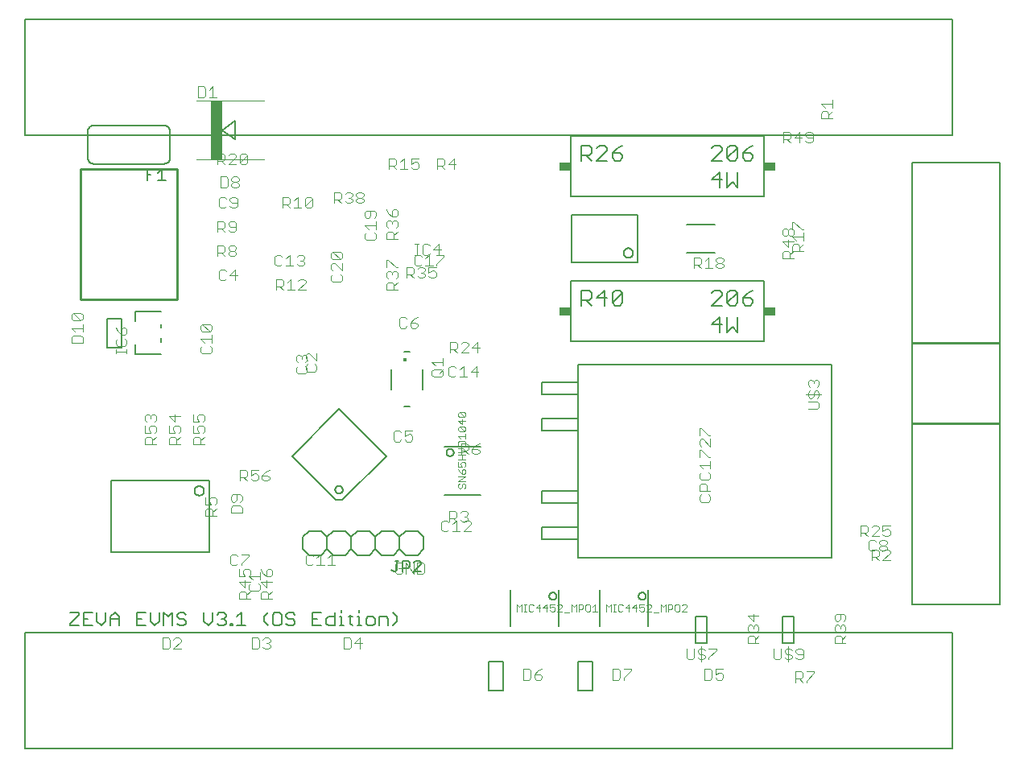
<source format=gbr>
G04 EAGLE Gerber RS-274X export*
G75*
%MOMM*%
%FSLAX34Y34*%
%LPD*%
%INSilkscreen Top*%
%IPPOS*%
%AMOC8*
5,1,8,0,0,1.08239X$1,22.5*%
G01*
%ADD10C,0.254000*%
%ADD11C,0.127000*%
%ADD12C,0.101600*%
%ADD13C,0.152400*%
%ADD14C,0.177800*%
%ADD15R,1.168400X0.812800*%
%ADD16C,0.076200*%
%ADD17C,0.203200*%
%ADD18C,0.364000*%
%ADD19R,1.250000X6.200000*%


D10*
X134620Y581660D02*
X134620Y444500D01*
X33020Y444500D01*
X33020Y581660D02*
X134620Y581660D01*
X33020Y581660D02*
X33020Y444500D01*
D11*
X31546Y114947D02*
X22225Y114947D01*
X31546Y114947D02*
X31546Y112617D01*
X22225Y103295D01*
X22225Y100965D01*
X31546Y100965D01*
X36258Y114947D02*
X45579Y114947D01*
X36258Y114947D02*
X36258Y100965D01*
X45579Y100965D01*
X40918Y107956D02*
X36258Y107956D01*
X50291Y105626D02*
X50291Y114947D01*
X50291Y105626D02*
X54951Y100965D01*
X59612Y105626D01*
X59612Y114947D01*
X64323Y110286D02*
X64323Y100965D01*
X64323Y110286D02*
X68984Y114947D01*
X73645Y110286D01*
X73645Y100965D01*
X73645Y107956D02*
X64323Y107956D01*
X92389Y114947D02*
X101710Y114947D01*
X92389Y114947D02*
X92389Y100965D01*
X101710Y100965D01*
X97050Y107956D02*
X92389Y107956D01*
X106422Y105626D02*
X106422Y114947D01*
X106422Y105626D02*
X111082Y100965D01*
X115743Y105626D01*
X115743Y114947D01*
X120454Y114947D02*
X120454Y100965D01*
X125115Y110286D02*
X120454Y114947D01*
X125115Y110286D02*
X129776Y114947D01*
X129776Y100965D01*
X141478Y114947D02*
X143809Y112617D01*
X141478Y114947D02*
X136818Y114947D01*
X134487Y112617D01*
X134487Y110286D01*
X136818Y107956D01*
X141478Y107956D01*
X143809Y105626D01*
X143809Y103295D01*
X141478Y100965D01*
X136818Y100965D01*
X134487Y103295D01*
X162553Y105626D02*
X162553Y114947D01*
X162553Y105626D02*
X167213Y100965D01*
X171874Y105626D01*
X171874Y114947D01*
X176586Y112617D02*
X178916Y114947D01*
X183577Y114947D01*
X185907Y112617D01*
X185907Y110286D01*
X183577Y107956D01*
X181246Y107956D01*
X183577Y107956D02*
X185907Y105626D01*
X185907Y103295D01*
X183577Y100965D01*
X178916Y100965D01*
X176586Y103295D01*
X190618Y103295D02*
X190618Y100965D01*
X190618Y103295D02*
X192949Y103295D01*
X192949Y100965D01*
X190618Y100965D01*
X197635Y110286D02*
X202295Y114947D01*
X202295Y100965D01*
X197635Y100965D02*
X206956Y100965D01*
X225700Y105626D02*
X230361Y100965D01*
X225700Y105626D02*
X225700Y110286D01*
X230361Y114947D01*
X237386Y114947D02*
X242046Y114947D01*
X237386Y114947D02*
X235056Y112617D01*
X235056Y103295D01*
X237386Y100965D01*
X242046Y100965D01*
X244377Y103295D01*
X244377Y112617D01*
X242046Y114947D01*
X256079Y114947D02*
X258410Y112617D01*
X256079Y114947D02*
X251419Y114947D01*
X249088Y112617D01*
X249088Y110286D01*
X251419Y107956D01*
X256079Y107956D01*
X258410Y105626D01*
X258410Y103295D01*
X256079Y100965D01*
X251419Y100965D01*
X249088Y103295D01*
X277154Y114947D02*
X286475Y114947D01*
X277154Y114947D02*
X277154Y100965D01*
X286475Y100965D01*
X281814Y107956D02*
X277154Y107956D01*
X300508Y114947D02*
X300508Y100965D01*
X293517Y100965D01*
X291187Y103295D01*
X291187Y107956D01*
X293517Y110286D01*
X300508Y110286D01*
X305219Y110286D02*
X307550Y110286D01*
X307550Y100965D01*
X309880Y100965D02*
X305219Y100965D01*
X307550Y114947D02*
X307550Y117277D01*
X316905Y112617D02*
X316905Y103295D01*
X319235Y100965D01*
X319235Y110286D02*
X314575Y110286D01*
X323930Y110286D02*
X326260Y110286D01*
X326260Y100965D01*
X323930Y100965D02*
X328590Y100965D01*
X326260Y114947D02*
X326260Y117277D01*
X335615Y100965D02*
X340276Y100965D01*
X342606Y103295D01*
X342606Y107956D01*
X340276Y110286D01*
X335615Y110286D01*
X333285Y107956D01*
X333285Y103295D01*
X335615Y100965D01*
X347318Y100965D02*
X347318Y110286D01*
X354309Y110286D01*
X356639Y107956D01*
X356639Y100965D01*
X361351Y100965D02*
X366011Y105626D01*
X366011Y110286D01*
X361351Y114947D01*
D12*
X371524Y165193D02*
X369575Y167142D01*
X365677Y167142D01*
X363728Y165193D01*
X363728Y157397D01*
X365677Y155448D01*
X369575Y155448D01*
X371524Y157397D01*
X371524Y161295D01*
X367626Y161295D01*
X375422Y155448D02*
X375422Y167142D01*
X383218Y155448D01*
X383218Y167142D01*
X387116Y167142D02*
X387116Y155448D01*
X392963Y155448D01*
X394912Y157397D01*
X394912Y165193D01*
X392963Y167142D01*
X387116Y167142D01*
D13*
X670820Y493270D02*
X700530Y493270D01*
X700530Y522730D02*
X670820Y522730D01*
D12*
X677896Y488452D02*
X677896Y476758D01*
X677896Y488452D02*
X683743Y488452D01*
X685692Y486503D01*
X685692Y482605D01*
X683743Y480656D01*
X677896Y480656D01*
X681794Y480656D02*
X685692Y476758D01*
X689590Y484554D02*
X693488Y488452D01*
X693488Y476758D01*
X689590Y476758D02*
X697386Y476758D01*
X701284Y486503D02*
X703233Y488452D01*
X707131Y488452D01*
X709080Y486503D01*
X709080Y484554D01*
X707131Y482605D01*
X709080Y480656D01*
X709080Y478707D01*
X707131Y476758D01*
X703233Y476758D01*
X701284Y478707D01*
X701284Y480656D01*
X703233Y482605D01*
X701284Y484554D01*
X701284Y486503D01*
X703233Y482605D02*
X707131Y482605D01*
X420878Y221752D02*
X420878Y210058D01*
X420878Y221752D02*
X426725Y221752D01*
X428674Y219803D01*
X428674Y215905D01*
X426725Y213956D01*
X420878Y213956D01*
X424776Y213956D02*
X428674Y210058D01*
X432572Y219803D02*
X434521Y221752D01*
X438419Y221752D01*
X440368Y219803D01*
X440368Y217854D01*
X438419Y215905D01*
X436470Y215905D01*
X438419Y215905D02*
X440368Y213956D01*
X440368Y212007D01*
X438419Y210058D01*
X434521Y210058D01*
X432572Y212007D01*
X177038Y585978D02*
X177038Y597672D01*
X182885Y597672D01*
X184834Y595723D01*
X184834Y591825D01*
X182885Y589876D01*
X177038Y589876D01*
X180936Y589876D02*
X184834Y585978D01*
X188732Y585978D02*
X196528Y585978D01*
X188732Y585978D02*
X196528Y593774D01*
X196528Y595723D01*
X194579Y597672D01*
X190681Y597672D01*
X188732Y595723D01*
X200426Y595723D02*
X200426Y587927D01*
X200426Y595723D02*
X202375Y597672D01*
X206273Y597672D01*
X208222Y595723D01*
X208222Y587927D01*
X206273Y585978D01*
X202375Y585978D01*
X200426Y587927D01*
X208222Y595723D01*
X184155Y551952D02*
X186104Y550003D01*
X184155Y551952D02*
X180257Y551952D01*
X178308Y550003D01*
X178308Y542207D01*
X180257Y540258D01*
X184155Y540258D01*
X186104Y542207D01*
X190002Y542207D02*
X191951Y540258D01*
X195849Y540258D01*
X197798Y542207D01*
X197798Y550003D01*
X195849Y551952D01*
X191951Y551952D01*
X190002Y550003D01*
X190002Y548054D01*
X191951Y546105D01*
X197798Y546105D01*
X177038Y501152D02*
X177038Y489458D01*
X177038Y501152D02*
X182885Y501152D01*
X184834Y499203D01*
X184834Y495305D01*
X182885Y493356D01*
X177038Y493356D01*
X180936Y493356D02*
X184834Y489458D01*
X188732Y499203D02*
X190681Y501152D01*
X194579Y501152D01*
X196528Y499203D01*
X196528Y497254D01*
X194579Y495305D01*
X196528Y493356D01*
X196528Y491407D01*
X194579Y489458D01*
X190681Y489458D01*
X188732Y491407D01*
X188732Y493356D01*
X190681Y495305D01*
X188732Y497254D01*
X188732Y499203D01*
X190681Y495305D02*
X194579Y495305D01*
X184155Y475752D02*
X186104Y473803D01*
X184155Y475752D02*
X180257Y475752D01*
X178308Y473803D01*
X178308Y466007D01*
X180257Y464058D01*
X184155Y464058D01*
X186104Y466007D01*
X195849Y464058D02*
X195849Y475752D01*
X190002Y469905D01*
X197798Y469905D01*
D11*
X822960Y375920D02*
X822960Y172720D01*
X556260Y172720D01*
X556260Y191770D01*
X556260Y204470D01*
X556260Y229870D01*
X556260Y242570D01*
X556260Y306070D01*
X556260Y318770D01*
X556260Y344170D01*
X556260Y356870D01*
X556260Y375920D01*
X822960Y375920D01*
X556260Y356870D02*
X518160Y356870D01*
X518160Y344170D01*
X556260Y344170D01*
X556260Y318770D02*
X518160Y318770D01*
X518160Y306070D01*
X556260Y306070D01*
X556260Y242570D02*
X518160Y242570D01*
X518160Y229870D01*
X556260Y229870D01*
X556260Y204470D02*
X518160Y204470D01*
X518160Y191770D01*
X556260Y191770D01*
D12*
X683758Y236917D02*
X685707Y238866D01*
X683758Y236917D02*
X683758Y233019D01*
X685707Y231070D01*
X693503Y231070D01*
X695452Y233019D01*
X695452Y236917D01*
X693503Y238866D01*
X695452Y242764D02*
X683758Y242764D01*
X683758Y248611D01*
X685707Y250560D01*
X689605Y250560D01*
X691554Y248611D01*
X691554Y242764D01*
X683758Y260305D02*
X685707Y262254D01*
X683758Y260305D02*
X683758Y256407D01*
X685707Y254458D01*
X693503Y254458D01*
X695452Y256407D01*
X695452Y260305D01*
X693503Y262254D01*
X687656Y266152D02*
X683758Y270050D01*
X695452Y270050D01*
X695452Y266152D02*
X695452Y273948D01*
X683758Y277846D02*
X683758Y285642D01*
X685707Y285642D01*
X693503Y277846D01*
X695452Y277846D01*
X695452Y289540D02*
X695452Y297336D01*
X695452Y289540D02*
X687656Y297336D01*
X685707Y297336D01*
X683758Y295387D01*
X683758Y291489D01*
X685707Y289540D01*
X683758Y301234D02*
X683758Y309030D01*
X685707Y309030D01*
X693503Y301234D01*
X695452Y301234D01*
X798058Y328646D02*
X807803Y328646D01*
X809752Y330595D01*
X809752Y334493D01*
X807803Y336442D01*
X798058Y336442D01*
X807803Y340340D02*
X809752Y342289D01*
X809752Y346187D01*
X807803Y348136D01*
X805854Y348136D01*
X803905Y346187D01*
X803905Y342289D01*
X801956Y340340D01*
X800007Y340340D01*
X798058Y342289D01*
X798058Y346187D01*
X800007Y348136D01*
X796109Y344238D02*
X811701Y344238D01*
X800007Y352034D02*
X798058Y353983D01*
X798058Y357881D01*
X800007Y359830D01*
X801956Y359830D01*
X803905Y357881D01*
X803905Y355932D01*
X803905Y357881D02*
X805854Y359830D01*
X807803Y359830D01*
X809752Y357881D01*
X809752Y353983D01*
X807803Y352034D01*
X408178Y580898D02*
X408178Y592592D01*
X414025Y592592D01*
X415974Y590643D01*
X415974Y586745D01*
X414025Y584796D01*
X408178Y584796D01*
X412076Y584796D02*
X415974Y580898D01*
X425719Y580898D02*
X425719Y592592D01*
X419872Y586745D01*
X427668Y586745D01*
X357378Y580898D02*
X357378Y592592D01*
X363225Y592592D01*
X365174Y590643D01*
X365174Y586745D01*
X363225Y584796D01*
X357378Y584796D01*
X361276Y584796D02*
X365174Y580898D01*
X369072Y588694D02*
X372970Y592592D01*
X372970Y580898D01*
X369072Y580898D02*
X376868Y580898D01*
X380766Y592592D02*
X388562Y592592D01*
X380766Y592592D02*
X380766Y586745D01*
X384664Y588694D01*
X386613Y588694D01*
X388562Y586745D01*
X388562Y582847D01*
X386613Y580898D01*
X382715Y580898D01*
X380766Y582847D01*
X384614Y490728D02*
X388512Y490728D01*
X386563Y490728D02*
X386563Y502422D01*
X384614Y502422D02*
X388512Y502422D01*
X398257Y502422D02*
X400206Y500473D01*
X398257Y502422D02*
X394359Y502422D01*
X392410Y500473D01*
X392410Y492677D01*
X394359Y490728D01*
X398257Y490728D01*
X400206Y492677D01*
X409951Y490728D02*
X409951Y502422D01*
X404104Y496575D01*
X411900Y496575D01*
X375636Y478292D02*
X375636Y466598D01*
X375636Y478292D02*
X381483Y478292D01*
X383432Y476343D01*
X383432Y472445D01*
X381483Y470496D01*
X375636Y470496D01*
X379534Y470496D02*
X383432Y466598D01*
X387330Y476343D02*
X389279Y478292D01*
X393177Y478292D01*
X395126Y476343D01*
X395126Y474394D01*
X393177Y472445D01*
X391228Y472445D01*
X393177Y472445D02*
X395126Y470496D01*
X395126Y468547D01*
X393177Y466598D01*
X389279Y466598D01*
X387330Y468547D01*
X399024Y478292D02*
X406820Y478292D01*
X399024Y478292D02*
X399024Y472445D01*
X402922Y474394D01*
X404871Y474394D01*
X406820Y472445D01*
X406820Y468547D01*
X404871Y466598D01*
X400973Y466598D01*
X399024Y468547D01*
X366522Y507716D02*
X354828Y507716D01*
X354828Y513563D01*
X356777Y515512D01*
X360675Y515512D01*
X362624Y513563D01*
X362624Y507716D01*
X362624Y511614D02*
X366522Y515512D01*
X356777Y519410D02*
X354828Y521359D01*
X354828Y525257D01*
X356777Y527206D01*
X358726Y527206D01*
X360675Y525257D01*
X360675Y523308D01*
X360675Y525257D02*
X362624Y527206D01*
X364573Y527206D01*
X366522Y525257D01*
X366522Y521359D01*
X364573Y519410D01*
X356777Y535002D02*
X354828Y538900D01*
X356777Y535002D02*
X360675Y531104D01*
X364573Y531104D01*
X366522Y533053D01*
X366522Y536951D01*
X364573Y538900D01*
X362624Y538900D01*
X360675Y536951D01*
X360675Y531104D01*
X366522Y454376D02*
X354828Y454376D01*
X354828Y460223D01*
X356777Y462172D01*
X360675Y462172D01*
X362624Y460223D01*
X362624Y454376D01*
X362624Y458274D02*
X366522Y462172D01*
X356777Y466070D02*
X354828Y468019D01*
X354828Y471917D01*
X356777Y473866D01*
X358726Y473866D01*
X360675Y471917D01*
X360675Y469968D01*
X360675Y471917D02*
X362624Y473866D01*
X364573Y473866D01*
X366522Y471917D01*
X366522Y468019D01*
X364573Y466070D01*
X354828Y477764D02*
X354828Y485560D01*
X356777Y485560D01*
X364573Y477764D01*
X366522Y477764D01*
X299436Y545338D02*
X299436Y557032D01*
X305283Y557032D01*
X307232Y555083D01*
X307232Y551185D01*
X305283Y549236D01*
X299436Y549236D01*
X303334Y549236D02*
X307232Y545338D01*
X311130Y555083D02*
X313079Y557032D01*
X316977Y557032D01*
X318926Y555083D01*
X318926Y553134D01*
X316977Y551185D01*
X315028Y551185D01*
X316977Y551185D02*
X318926Y549236D01*
X318926Y547287D01*
X316977Y545338D01*
X313079Y545338D01*
X311130Y547287D01*
X322824Y555083D02*
X324773Y557032D01*
X328671Y557032D01*
X330620Y555083D01*
X330620Y553134D01*
X328671Y551185D01*
X330620Y549236D01*
X330620Y547287D01*
X328671Y545338D01*
X324773Y545338D01*
X322824Y547287D01*
X322824Y549236D01*
X324773Y551185D01*
X322824Y553134D01*
X322824Y555083D01*
X324773Y551185D02*
X328671Y551185D01*
X333917Y514242D02*
X331968Y512293D01*
X331968Y508395D01*
X333917Y506446D01*
X341713Y506446D01*
X343662Y508395D01*
X343662Y512293D01*
X341713Y514242D01*
X335866Y518140D02*
X331968Y522038D01*
X343662Y522038D01*
X343662Y518140D02*
X343662Y525936D01*
X341713Y529834D02*
X343662Y531783D01*
X343662Y535681D01*
X341713Y537630D01*
X333917Y537630D01*
X331968Y535681D01*
X331968Y531783D01*
X333917Y529834D01*
X335866Y529834D01*
X337815Y531783D01*
X337815Y537630D01*
X298357Y470584D02*
X296408Y468635D01*
X296408Y464737D01*
X298357Y462788D01*
X306153Y462788D01*
X308102Y464737D01*
X308102Y468635D01*
X306153Y470584D01*
X308102Y474482D02*
X308102Y482278D01*
X308102Y474482D02*
X300306Y482278D01*
X298357Y482278D01*
X296408Y480329D01*
X296408Y476431D01*
X298357Y474482D01*
X298357Y486176D02*
X306153Y486176D01*
X298357Y486176D02*
X296408Y488125D01*
X296408Y492023D01*
X298357Y493972D01*
X306153Y493972D01*
X308102Y492023D01*
X308102Y488125D01*
X306153Y486176D01*
X298357Y493972D01*
X734558Y82266D02*
X746252Y82266D01*
X734558Y82266D02*
X734558Y88113D01*
X736507Y90062D01*
X740405Y90062D01*
X742354Y88113D01*
X742354Y82266D01*
X742354Y86164D02*
X746252Y90062D01*
X736507Y93960D02*
X734558Y95909D01*
X734558Y99807D01*
X736507Y101756D01*
X738456Y101756D01*
X740405Y99807D01*
X740405Y97858D01*
X740405Y99807D02*
X742354Y101756D01*
X744303Y101756D01*
X746252Y99807D01*
X746252Y95909D01*
X744303Y93960D01*
X746252Y111501D02*
X734558Y111501D01*
X740405Y105654D01*
X740405Y113450D01*
D11*
X679800Y110520D02*
X679800Y82520D01*
X679800Y110520D02*
X691800Y110520D01*
X691800Y82520D01*
X679800Y82520D01*
D12*
X670276Y76972D02*
X670276Y67227D01*
X672225Y65278D01*
X676123Y65278D01*
X678072Y67227D01*
X678072Y76972D01*
X681970Y67227D02*
X683919Y65278D01*
X687817Y65278D01*
X689766Y67227D01*
X689766Y69176D01*
X687817Y71125D01*
X683919Y71125D01*
X681970Y73074D01*
X681970Y75023D01*
X683919Y76972D01*
X687817Y76972D01*
X689766Y75023D01*
X685868Y78921D02*
X685868Y63329D01*
X693664Y76972D02*
X701460Y76972D01*
X701460Y75023D01*
X693664Y67227D01*
X693664Y65278D01*
X825998Y82266D02*
X837692Y82266D01*
X825998Y82266D02*
X825998Y88113D01*
X827947Y90062D01*
X831845Y90062D01*
X833794Y88113D01*
X833794Y82266D01*
X833794Y86164D02*
X837692Y90062D01*
X827947Y93960D02*
X825998Y95909D01*
X825998Y99807D01*
X827947Y101756D01*
X829896Y101756D01*
X831845Y99807D01*
X831845Y97858D01*
X831845Y99807D02*
X833794Y101756D01*
X835743Y101756D01*
X837692Y99807D01*
X837692Y95909D01*
X835743Y93960D01*
X835743Y105654D02*
X837692Y107603D01*
X837692Y111501D01*
X835743Y113450D01*
X827947Y113450D01*
X825998Y111501D01*
X825998Y107603D01*
X827947Y105654D01*
X829896Y105654D01*
X831845Y107603D01*
X831845Y113450D01*
D11*
X771240Y110520D02*
X771240Y82520D01*
X771240Y110520D02*
X783240Y110520D01*
X783240Y82520D01*
X771240Y82520D01*
D12*
X761716Y76972D02*
X761716Y67227D01*
X763665Y65278D01*
X767563Y65278D01*
X769512Y67227D01*
X769512Y76972D01*
X773410Y67227D02*
X775359Y65278D01*
X779257Y65278D01*
X781206Y67227D01*
X781206Y69176D01*
X779257Y71125D01*
X775359Y71125D01*
X773410Y73074D01*
X773410Y75023D01*
X775359Y76972D01*
X779257Y76972D01*
X781206Y75023D01*
X777308Y78921D02*
X777308Y63329D01*
X785104Y67227D02*
X787053Y65278D01*
X790951Y65278D01*
X792900Y67227D01*
X792900Y75023D01*
X790951Y76972D01*
X787053Y76972D01*
X785104Y75023D01*
X785104Y73074D01*
X787053Y71125D01*
X792900Y71125D01*
X421356Y387858D02*
X421356Y399552D01*
X427203Y399552D01*
X429152Y397603D01*
X429152Y393705D01*
X427203Y391756D01*
X421356Y391756D01*
X425254Y391756D02*
X429152Y387858D01*
X433050Y387858D02*
X440846Y387858D01*
X433050Y387858D02*
X440846Y395654D01*
X440846Y397603D01*
X438897Y399552D01*
X434999Y399552D01*
X433050Y397603D01*
X450591Y399552D02*
X450591Y387858D01*
X444744Y393705D02*
X450591Y399552D01*
X452540Y393705D02*
X444744Y393705D01*
X425933Y374152D02*
X427882Y372203D01*
X425933Y374152D02*
X422035Y374152D01*
X420086Y372203D01*
X420086Y364407D01*
X422035Y362458D01*
X425933Y362458D01*
X427882Y364407D01*
X431780Y370254D02*
X435678Y374152D01*
X435678Y362458D01*
X431780Y362458D02*
X439576Y362458D01*
X449321Y362458D02*
X449321Y374152D01*
X443474Y368305D01*
X451270Y368305D01*
X864850Y181112D02*
X864850Y169418D01*
X864850Y181112D02*
X870697Y181112D01*
X872646Y179163D01*
X872646Y175265D01*
X870697Y173316D01*
X864850Y173316D01*
X868748Y173316D02*
X872646Y169418D01*
X876544Y169418D02*
X884340Y169418D01*
X876544Y169418D02*
X884340Y177214D01*
X884340Y179163D01*
X882391Y181112D01*
X878493Y181112D01*
X876544Y179163D01*
X869364Y189323D02*
X867415Y191272D01*
X863517Y191272D01*
X861568Y189323D01*
X861568Y181527D01*
X863517Y179578D01*
X867415Y179578D01*
X869364Y181527D01*
X873262Y189323D02*
X875211Y191272D01*
X879109Y191272D01*
X881058Y189323D01*
X881058Y187374D01*
X879109Y185425D01*
X881058Y183476D01*
X881058Y181527D01*
X879109Y179578D01*
X875211Y179578D01*
X873262Y181527D01*
X873262Y183476D01*
X875211Y185425D01*
X873262Y187374D01*
X873262Y189323D01*
X875211Y185425D02*
X879109Y185425D01*
X853156Y194818D02*
X853156Y206512D01*
X859003Y206512D01*
X860952Y204563D01*
X860952Y200665D01*
X859003Y198716D01*
X853156Y198716D01*
X857054Y198716D02*
X860952Y194818D01*
X864850Y194818D02*
X872646Y194818D01*
X864850Y194818D02*
X872646Y202614D01*
X872646Y204563D01*
X870697Y206512D01*
X866799Y206512D01*
X864850Y204563D01*
X876544Y206512D02*
X884340Y206512D01*
X876544Y206512D02*
X876544Y200665D01*
X880442Y202614D01*
X882391Y202614D01*
X884340Y200665D01*
X884340Y196767D01*
X882391Y194818D01*
X878493Y194818D01*
X876544Y196767D01*
D13*
X751840Y552450D02*
X548640Y552450D01*
X548640Y615950D02*
X751840Y615950D01*
X548640Y615950D02*
X548640Y552450D01*
X751840Y552450D02*
X751840Y615950D01*
D14*
X704857Y578245D02*
X704857Y562229D01*
X696849Y570237D02*
X704857Y578245D01*
X707526Y570237D02*
X696849Y570237D01*
X713221Y578245D02*
X713221Y562229D01*
X718559Y567568D01*
X723898Y562229D01*
X723898Y578245D01*
X707526Y590169D02*
X696849Y590169D01*
X707526Y600846D01*
X707526Y603515D01*
X704857Y606185D01*
X699518Y606185D01*
X696849Y603515D01*
X713221Y603515D02*
X713221Y592838D01*
X713221Y603515D02*
X715890Y606185D01*
X721228Y606185D01*
X723898Y603515D01*
X723898Y592838D01*
X721228Y590169D01*
X715890Y590169D01*
X713221Y592838D01*
X723898Y603515D01*
X734931Y603515D02*
X740269Y606185D01*
X734931Y603515D02*
X729592Y598177D01*
X729592Y592838D01*
X732261Y590169D01*
X737600Y590169D01*
X740269Y592838D01*
X740269Y595508D01*
X737600Y598177D01*
X729592Y598177D01*
D15*
X542798Y584200D03*
X757682Y584200D03*
D14*
X559689Y590169D02*
X559689Y606185D01*
X567697Y606185D01*
X570366Y603515D01*
X570366Y598177D01*
X567697Y595508D01*
X559689Y595508D01*
X565028Y595508D02*
X570366Y590169D01*
X576061Y590169D02*
X586738Y590169D01*
X576061Y590169D02*
X586738Y600846D01*
X586738Y603515D01*
X584068Y606185D01*
X578730Y606185D01*
X576061Y603515D01*
X597771Y603515D02*
X603109Y606185D01*
X597771Y603515D02*
X592432Y598177D01*
X592432Y592838D01*
X595101Y590169D01*
X600440Y590169D01*
X603109Y592838D01*
X603109Y595508D01*
X600440Y598177D01*
X592432Y598177D01*
D13*
X548640Y400050D02*
X751840Y400050D01*
X751840Y463550D02*
X548640Y463550D01*
X548640Y400050D01*
X751840Y400050D02*
X751840Y463550D01*
D14*
X704857Y425845D02*
X704857Y409829D01*
X696849Y417837D02*
X704857Y425845D01*
X707526Y417837D02*
X696849Y417837D01*
X713221Y425845D02*
X713221Y409829D01*
X718559Y415168D01*
X723898Y409829D01*
X723898Y425845D01*
X707526Y437769D02*
X696849Y437769D01*
X707526Y448446D01*
X707526Y451115D01*
X704857Y453785D01*
X699518Y453785D01*
X696849Y451115D01*
X713221Y451115D02*
X713221Y440438D01*
X713221Y451115D02*
X715890Y453785D01*
X721228Y453785D01*
X723898Y451115D01*
X723898Y440438D01*
X721228Y437769D01*
X715890Y437769D01*
X713221Y440438D01*
X723898Y451115D01*
X734931Y451115D02*
X740269Y453785D01*
X734931Y451115D02*
X729592Y445777D01*
X729592Y440438D01*
X732261Y437769D01*
X737600Y437769D01*
X740269Y440438D01*
X740269Y443108D01*
X737600Y445777D01*
X729592Y445777D01*
D15*
X542798Y431800D03*
X757682Y431800D03*
D14*
X559689Y437769D02*
X559689Y453785D01*
X567697Y453785D01*
X570366Y451115D01*
X570366Y445777D01*
X567697Y443108D01*
X559689Y443108D01*
X565028Y443108D02*
X570366Y437769D01*
X584068Y437769D02*
X584068Y453785D01*
X576061Y445777D01*
X586738Y445777D01*
X592432Y451115D02*
X592432Y440438D01*
X592432Y451115D02*
X595101Y453785D01*
X600440Y453785D01*
X603109Y451115D01*
X603109Y440438D01*
X600440Y437769D01*
X595101Y437769D01*
X592432Y440438D01*
X603109Y451115D01*
D12*
X812028Y634238D02*
X823722Y634238D01*
X812028Y634238D02*
X812028Y640085D01*
X813977Y642034D01*
X817875Y642034D01*
X819824Y640085D01*
X819824Y634238D01*
X819824Y638136D02*
X823722Y642034D01*
X815926Y645932D02*
X812028Y649830D01*
X823722Y649830D01*
X823722Y645932D02*
X823722Y653728D01*
X793242Y494538D02*
X781548Y494538D01*
X781548Y500385D01*
X783497Y502334D01*
X787395Y502334D01*
X789344Y500385D01*
X789344Y494538D01*
X789344Y498436D02*
X793242Y502334D01*
X785446Y506232D02*
X781548Y510130D01*
X793242Y510130D01*
X793242Y506232D02*
X793242Y514028D01*
X781548Y517926D02*
X781548Y525722D01*
X783497Y525722D01*
X791293Y517926D01*
X793242Y517926D01*
D13*
X46990Y586740D02*
X46832Y586742D01*
X46673Y586748D01*
X46515Y586758D01*
X46358Y586772D01*
X46200Y586789D01*
X46044Y586811D01*
X45887Y586836D01*
X45732Y586866D01*
X45577Y586899D01*
X45423Y586936D01*
X45270Y586977D01*
X45118Y587022D01*
X44968Y587071D01*
X44818Y587123D01*
X44670Y587179D01*
X44523Y587239D01*
X44378Y587302D01*
X44235Y587369D01*
X44093Y587439D01*
X43953Y587513D01*
X43815Y587591D01*
X43679Y587672D01*
X43545Y587756D01*
X43413Y587843D01*
X43283Y587934D01*
X43156Y588028D01*
X43031Y588125D01*
X42908Y588226D01*
X42788Y588329D01*
X42671Y588435D01*
X42556Y588544D01*
X42444Y588656D01*
X42335Y588771D01*
X42229Y588888D01*
X42126Y589008D01*
X42025Y589131D01*
X41928Y589256D01*
X41834Y589383D01*
X41743Y589513D01*
X41656Y589645D01*
X41572Y589779D01*
X41491Y589915D01*
X41413Y590053D01*
X41339Y590193D01*
X41269Y590335D01*
X41202Y590478D01*
X41139Y590623D01*
X41079Y590770D01*
X41023Y590918D01*
X40971Y591068D01*
X40922Y591218D01*
X40877Y591370D01*
X40836Y591523D01*
X40799Y591677D01*
X40766Y591832D01*
X40736Y591987D01*
X40711Y592144D01*
X40689Y592300D01*
X40672Y592458D01*
X40658Y592615D01*
X40648Y592773D01*
X40642Y592932D01*
X40640Y593090D01*
X40640Y621030D02*
X40642Y621188D01*
X40648Y621347D01*
X40658Y621505D01*
X40672Y621662D01*
X40689Y621820D01*
X40711Y621976D01*
X40736Y622133D01*
X40766Y622288D01*
X40799Y622443D01*
X40836Y622597D01*
X40877Y622750D01*
X40922Y622902D01*
X40971Y623052D01*
X41023Y623202D01*
X41079Y623350D01*
X41139Y623497D01*
X41202Y623642D01*
X41269Y623785D01*
X41339Y623927D01*
X41413Y624067D01*
X41491Y624205D01*
X41572Y624341D01*
X41656Y624475D01*
X41743Y624607D01*
X41834Y624737D01*
X41928Y624864D01*
X42025Y624989D01*
X42126Y625112D01*
X42229Y625232D01*
X42335Y625349D01*
X42444Y625464D01*
X42556Y625576D01*
X42671Y625685D01*
X42788Y625791D01*
X42908Y625894D01*
X43031Y625995D01*
X43156Y626092D01*
X43283Y626186D01*
X43413Y626277D01*
X43545Y626364D01*
X43679Y626448D01*
X43815Y626529D01*
X43953Y626607D01*
X44093Y626681D01*
X44235Y626751D01*
X44378Y626818D01*
X44523Y626881D01*
X44670Y626941D01*
X44818Y626997D01*
X44968Y627049D01*
X45118Y627098D01*
X45270Y627143D01*
X45423Y627184D01*
X45577Y627221D01*
X45732Y627254D01*
X45887Y627284D01*
X46044Y627309D01*
X46200Y627331D01*
X46358Y627348D01*
X46515Y627362D01*
X46673Y627372D01*
X46832Y627378D01*
X46990Y627380D01*
X120650Y627380D02*
X120808Y627378D01*
X120967Y627372D01*
X121125Y627362D01*
X121282Y627348D01*
X121440Y627331D01*
X121596Y627309D01*
X121753Y627284D01*
X121908Y627254D01*
X122063Y627221D01*
X122217Y627184D01*
X122370Y627143D01*
X122522Y627098D01*
X122672Y627049D01*
X122822Y626997D01*
X122970Y626941D01*
X123117Y626881D01*
X123262Y626818D01*
X123405Y626751D01*
X123547Y626681D01*
X123687Y626607D01*
X123825Y626529D01*
X123961Y626448D01*
X124095Y626364D01*
X124227Y626277D01*
X124357Y626186D01*
X124484Y626092D01*
X124609Y625995D01*
X124732Y625894D01*
X124852Y625791D01*
X124969Y625685D01*
X125084Y625576D01*
X125196Y625464D01*
X125305Y625349D01*
X125411Y625232D01*
X125514Y625112D01*
X125615Y624989D01*
X125712Y624864D01*
X125806Y624737D01*
X125897Y624607D01*
X125984Y624475D01*
X126068Y624341D01*
X126149Y624205D01*
X126227Y624067D01*
X126301Y623927D01*
X126371Y623785D01*
X126438Y623642D01*
X126501Y623497D01*
X126561Y623350D01*
X126617Y623202D01*
X126669Y623052D01*
X126718Y622902D01*
X126763Y622750D01*
X126804Y622597D01*
X126841Y622443D01*
X126874Y622288D01*
X126904Y622133D01*
X126929Y621976D01*
X126951Y621820D01*
X126968Y621662D01*
X126982Y621505D01*
X126992Y621347D01*
X126998Y621188D01*
X127000Y621030D01*
X127000Y593090D02*
X126998Y592932D01*
X126992Y592773D01*
X126982Y592615D01*
X126968Y592458D01*
X126951Y592300D01*
X126929Y592144D01*
X126904Y591987D01*
X126874Y591832D01*
X126841Y591677D01*
X126804Y591523D01*
X126763Y591370D01*
X126718Y591218D01*
X126669Y591068D01*
X126617Y590918D01*
X126561Y590770D01*
X126501Y590623D01*
X126438Y590478D01*
X126371Y590335D01*
X126301Y590193D01*
X126227Y590053D01*
X126149Y589915D01*
X126068Y589779D01*
X125984Y589645D01*
X125897Y589513D01*
X125806Y589383D01*
X125712Y589256D01*
X125615Y589131D01*
X125514Y589008D01*
X125411Y588888D01*
X125305Y588771D01*
X125196Y588656D01*
X125084Y588544D01*
X124969Y588435D01*
X124852Y588329D01*
X124732Y588226D01*
X124609Y588125D01*
X124484Y588028D01*
X124357Y587934D01*
X124227Y587843D01*
X124095Y587756D01*
X123961Y587672D01*
X123825Y587591D01*
X123687Y587513D01*
X123547Y587439D01*
X123405Y587369D01*
X123262Y587302D01*
X123117Y587239D01*
X122970Y587179D01*
X122822Y587123D01*
X122672Y587071D01*
X122522Y587022D01*
X122370Y586977D01*
X122217Y586936D01*
X122063Y586899D01*
X121908Y586866D01*
X121753Y586836D01*
X121596Y586811D01*
X121440Y586789D01*
X121282Y586772D01*
X121125Y586758D01*
X120967Y586748D01*
X120808Y586742D01*
X120650Y586740D01*
X46990Y586740D01*
X127000Y593090D02*
X127000Y621030D01*
X120650Y627380D02*
X46990Y627380D01*
X40640Y621030D02*
X40640Y593090D01*
D11*
X102977Y581035D02*
X102977Y569595D01*
X102977Y581035D02*
X110604Y581035D01*
X106790Y575315D02*
X102977Y575315D01*
X114671Y577222D02*
X118484Y581035D01*
X118484Y569595D01*
X114671Y569595D02*
X122298Y569595D01*
D12*
X35212Y398448D02*
X23518Y398448D01*
X35212Y398448D02*
X35212Y404295D01*
X33263Y406244D01*
X25467Y406244D01*
X23518Y404295D01*
X23518Y398448D01*
X27416Y410142D02*
X23518Y414040D01*
X35212Y414040D01*
X35212Y410142D02*
X35212Y417938D01*
X33263Y421836D02*
X25467Y421836D01*
X23518Y423785D01*
X23518Y427683D01*
X25467Y429632D01*
X33263Y429632D01*
X35212Y427683D01*
X35212Y423785D01*
X33263Y421836D01*
X25467Y429632D01*
X689160Y55542D02*
X689160Y43848D01*
X695007Y43848D01*
X696956Y45797D01*
X696956Y53593D01*
X695007Y55542D01*
X689160Y55542D01*
X700854Y55542D02*
X708650Y55542D01*
X700854Y55542D02*
X700854Y49695D01*
X704752Y51644D01*
X706701Y51644D01*
X708650Y49695D01*
X708650Y45797D01*
X706701Y43848D01*
X702803Y43848D01*
X700854Y45797D01*
D11*
X619200Y483000D02*
X549200Y483000D01*
X549200Y533000D01*
X619200Y533000D01*
X619200Y483000D01*
X604200Y493000D02*
X604202Y493141D01*
X604208Y493282D01*
X604218Y493422D01*
X604232Y493562D01*
X604250Y493702D01*
X604271Y493841D01*
X604297Y493980D01*
X604326Y494118D01*
X604360Y494254D01*
X604397Y494390D01*
X604438Y494525D01*
X604483Y494659D01*
X604532Y494791D01*
X604584Y494922D01*
X604640Y495051D01*
X604700Y495178D01*
X604763Y495304D01*
X604829Y495428D01*
X604900Y495551D01*
X604973Y495671D01*
X605050Y495789D01*
X605130Y495905D01*
X605214Y496018D01*
X605300Y496129D01*
X605390Y496238D01*
X605483Y496344D01*
X605578Y496447D01*
X605677Y496548D01*
X605778Y496646D01*
X605882Y496741D01*
X605989Y496833D01*
X606098Y496922D01*
X606210Y497007D01*
X606324Y497090D01*
X606440Y497170D01*
X606559Y497246D01*
X606680Y497318D01*
X606802Y497388D01*
X606927Y497453D01*
X607053Y497516D01*
X607181Y497574D01*
X607311Y497629D01*
X607442Y497681D01*
X607575Y497728D01*
X607709Y497772D01*
X607844Y497813D01*
X607980Y497849D01*
X608117Y497881D01*
X608255Y497910D01*
X608393Y497935D01*
X608533Y497955D01*
X608673Y497972D01*
X608813Y497985D01*
X608954Y497994D01*
X609094Y497999D01*
X609235Y498000D01*
X609376Y497997D01*
X609517Y497990D01*
X609657Y497979D01*
X609797Y497964D01*
X609937Y497945D01*
X610076Y497923D01*
X610214Y497896D01*
X610352Y497866D01*
X610488Y497831D01*
X610624Y497793D01*
X610758Y497751D01*
X610892Y497705D01*
X611024Y497656D01*
X611154Y497602D01*
X611283Y497545D01*
X611410Y497485D01*
X611536Y497421D01*
X611659Y497353D01*
X611781Y497282D01*
X611901Y497208D01*
X612018Y497130D01*
X612133Y497049D01*
X612246Y496965D01*
X612357Y496878D01*
X612465Y496787D01*
X612570Y496694D01*
X612673Y496597D01*
X612773Y496498D01*
X612870Y496396D01*
X612964Y496291D01*
X613055Y496184D01*
X613143Y496074D01*
X613228Y495962D01*
X613310Y495847D01*
X613389Y495730D01*
X613464Y495611D01*
X613536Y495490D01*
X613604Y495367D01*
X613669Y495242D01*
X613731Y495115D01*
X613788Y494986D01*
X613843Y494856D01*
X613893Y494725D01*
X613940Y494592D01*
X613983Y494458D01*
X614022Y494322D01*
X614057Y494186D01*
X614089Y494049D01*
X614116Y493911D01*
X614140Y493772D01*
X614160Y493632D01*
X614176Y493492D01*
X614188Y493352D01*
X614196Y493211D01*
X614200Y493070D01*
X614200Y492930D01*
X614196Y492789D01*
X614188Y492648D01*
X614176Y492508D01*
X614160Y492368D01*
X614140Y492228D01*
X614116Y492089D01*
X614089Y491951D01*
X614057Y491814D01*
X614022Y491678D01*
X613983Y491542D01*
X613940Y491408D01*
X613893Y491275D01*
X613843Y491144D01*
X613788Y491014D01*
X613731Y490885D01*
X613669Y490758D01*
X613604Y490633D01*
X613536Y490510D01*
X613464Y490389D01*
X613389Y490270D01*
X613310Y490153D01*
X613228Y490038D01*
X613143Y489926D01*
X613055Y489816D01*
X612964Y489709D01*
X612870Y489604D01*
X612773Y489502D01*
X612673Y489403D01*
X612570Y489306D01*
X612465Y489213D01*
X612357Y489122D01*
X612246Y489035D01*
X612133Y488951D01*
X612018Y488870D01*
X611901Y488792D01*
X611781Y488718D01*
X611659Y488647D01*
X611536Y488579D01*
X611410Y488515D01*
X611283Y488455D01*
X611154Y488398D01*
X611024Y488344D01*
X610892Y488295D01*
X610758Y488249D01*
X610624Y488207D01*
X610488Y488169D01*
X610352Y488134D01*
X610214Y488104D01*
X610076Y488077D01*
X609937Y488055D01*
X609797Y488036D01*
X609657Y488021D01*
X609517Y488010D01*
X609376Y488003D01*
X609235Y488000D01*
X609094Y488001D01*
X608954Y488006D01*
X608813Y488015D01*
X608673Y488028D01*
X608533Y488045D01*
X608393Y488065D01*
X608255Y488090D01*
X608117Y488119D01*
X607980Y488151D01*
X607844Y488187D01*
X607709Y488228D01*
X607575Y488272D01*
X607442Y488319D01*
X607311Y488371D01*
X607181Y488426D01*
X607053Y488484D01*
X606927Y488547D01*
X606802Y488612D01*
X606680Y488682D01*
X606559Y488754D01*
X606440Y488830D01*
X606324Y488910D01*
X606210Y488993D01*
X606098Y489078D01*
X605989Y489167D01*
X605882Y489259D01*
X605778Y489354D01*
X605677Y489452D01*
X605578Y489553D01*
X605483Y489656D01*
X605390Y489762D01*
X605300Y489871D01*
X605214Y489982D01*
X605130Y490095D01*
X605050Y490211D01*
X604973Y490329D01*
X604900Y490449D01*
X604829Y490572D01*
X604763Y490696D01*
X604700Y490822D01*
X604640Y490949D01*
X604584Y491078D01*
X604532Y491209D01*
X604483Y491341D01*
X604438Y491475D01*
X604397Y491610D01*
X604360Y491746D01*
X604326Y491882D01*
X604297Y492020D01*
X604271Y492159D01*
X604250Y492298D01*
X604232Y492438D01*
X604218Y492578D01*
X604208Y492718D01*
X604202Y492859D01*
X604200Y493000D01*
D13*
X117704Y386216D02*
X90576Y386216D01*
X90576Y396804D01*
X90576Y431664D02*
X117704Y431664D01*
X90576Y431664D02*
X90576Y421576D01*
X117784Y403164D02*
X117784Y399576D01*
X117784Y414576D02*
X117784Y418164D01*
D12*
X81622Y391296D02*
X81622Y387398D01*
X81622Y389347D02*
X69928Y389347D01*
X69928Y387398D02*
X69928Y391296D01*
X69928Y401041D02*
X71877Y402990D01*
X69928Y401041D02*
X69928Y397143D01*
X71877Y395194D01*
X79673Y395194D01*
X81622Y397143D01*
X81622Y401041D01*
X79673Y402990D01*
X71877Y410786D02*
X69928Y414684D01*
X71877Y410786D02*
X75775Y406888D01*
X79673Y406888D01*
X81622Y408837D01*
X81622Y412735D01*
X79673Y414684D01*
X77724Y414684D01*
X75775Y412735D01*
X75775Y406888D01*
X199888Y129256D02*
X211582Y129256D01*
X199888Y129256D02*
X199888Y135103D01*
X201837Y137052D01*
X205735Y137052D01*
X207684Y135103D01*
X207684Y129256D01*
X207684Y133154D02*
X211582Y137052D01*
X211582Y146797D02*
X199888Y146797D01*
X205735Y140950D01*
X205735Y148746D01*
X199888Y152644D02*
X199888Y160440D01*
X199888Y152644D02*
X205735Y152644D01*
X203786Y156542D01*
X203786Y158491D01*
X205735Y160440D01*
X209633Y160440D01*
X211582Y158491D01*
X211582Y154593D01*
X209633Y152644D01*
X211997Y145464D02*
X210048Y143515D01*
X210048Y139617D01*
X211997Y137668D01*
X219793Y137668D01*
X221742Y139617D01*
X221742Y143515D01*
X219793Y145464D01*
X213946Y149362D02*
X210048Y153260D01*
X221742Y153260D01*
X221742Y149362D02*
X221742Y157158D01*
X222748Y129256D02*
X234442Y129256D01*
X222748Y129256D02*
X222748Y135103D01*
X224697Y137052D01*
X228595Y137052D01*
X230544Y135103D01*
X230544Y129256D01*
X230544Y133154D02*
X234442Y137052D01*
X234442Y146797D02*
X222748Y146797D01*
X228595Y140950D01*
X228595Y148746D01*
X224697Y156542D02*
X222748Y160440D01*
X224697Y156542D02*
X228595Y152644D01*
X232493Y152644D01*
X234442Y154593D01*
X234442Y158491D01*
X232493Y160440D01*
X230544Y160440D01*
X228595Y158491D01*
X228595Y152644D01*
X391844Y489043D02*
X389895Y490992D01*
X385997Y490992D01*
X384048Y489043D01*
X384048Y481247D01*
X385997Y479298D01*
X389895Y479298D01*
X391844Y481247D01*
X395742Y487094D02*
X399640Y490992D01*
X399640Y479298D01*
X395742Y479298D02*
X403538Y479298D01*
X407436Y490992D02*
X415232Y490992D01*
X415232Y489043D01*
X407436Y481247D01*
X407436Y479298D01*
X771388Y487396D02*
X783082Y487396D01*
X771388Y487396D02*
X771388Y493243D01*
X773337Y495192D01*
X777235Y495192D01*
X779184Y493243D01*
X779184Y487396D01*
X779184Y491294D02*
X783082Y495192D01*
X783082Y504937D02*
X771388Y504937D01*
X777235Y499090D01*
X777235Y506886D01*
X773337Y510784D02*
X771388Y512733D01*
X771388Y516631D01*
X773337Y518580D01*
X775286Y518580D01*
X777235Y516631D01*
X779184Y518580D01*
X781133Y518580D01*
X783082Y516631D01*
X783082Y512733D01*
X781133Y510784D01*
X779184Y510784D01*
X777235Y512733D01*
X775286Y510784D01*
X773337Y510784D01*
X777235Y512733D02*
X777235Y516631D01*
X771876Y608838D02*
X771876Y620532D01*
X777723Y620532D01*
X779672Y618583D01*
X779672Y614685D01*
X777723Y612736D01*
X771876Y612736D01*
X775774Y612736D02*
X779672Y608838D01*
X789417Y608838D02*
X789417Y620532D01*
X783570Y614685D01*
X791366Y614685D01*
X795264Y610787D02*
X797213Y608838D01*
X801111Y608838D01*
X803060Y610787D01*
X803060Y618583D01*
X801111Y620532D01*
X797213Y620532D01*
X795264Y618583D01*
X795264Y616634D01*
X797213Y614685D01*
X803060Y614685D01*
D11*
X301264Y233438D02*
X255303Y279400D01*
X304800Y328897D01*
X354297Y279400D01*
X308336Y233438D01*
X301264Y233438D01*
X300800Y244045D02*
X300802Y244171D01*
X300808Y244297D01*
X300818Y244423D01*
X300832Y244549D01*
X300850Y244674D01*
X300872Y244798D01*
X300897Y244922D01*
X300927Y245045D01*
X300960Y245166D01*
X300998Y245287D01*
X301039Y245406D01*
X301084Y245525D01*
X301132Y245641D01*
X301184Y245756D01*
X301240Y245869D01*
X301300Y245981D01*
X301363Y246090D01*
X301429Y246198D01*
X301498Y246303D01*
X301571Y246406D01*
X301648Y246507D01*
X301727Y246605D01*
X301809Y246701D01*
X301895Y246794D01*
X301983Y246885D01*
X302074Y246972D01*
X302168Y247057D01*
X302264Y247138D01*
X302363Y247217D01*
X302464Y247292D01*
X302568Y247364D01*
X302674Y247433D01*
X302782Y247499D01*
X302892Y247561D01*
X303004Y247619D01*
X303117Y247674D01*
X303233Y247725D01*
X303350Y247773D01*
X303468Y247817D01*
X303588Y247857D01*
X303709Y247893D01*
X303831Y247926D01*
X303954Y247955D01*
X304078Y247979D01*
X304202Y248000D01*
X304327Y248017D01*
X304453Y248030D01*
X304579Y248039D01*
X304705Y248044D01*
X304832Y248045D01*
X304958Y248042D01*
X305084Y248035D01*
X305210Y248024D01*
X305335Y248009D01*
X305460Y247990D01*
X305584Y247967D01*
X305708Y247941D01*
X305830Y247910D01*
X305952Y247876D01*
X306072Y247837D01*
X306191Y247795D01*
X306309Y247750D01*
X306425Y247700D01*
X306540Y247647D01*
X306652Y247590D01*
X306763Y247530D01*
X306872Y247466D01*
X306979Y247399D01*
X307084Y247329D01*
X307187Y247255D01*
X307287Y247178D01*
X307385Y247098D01*
X307480Y247015D01*
X307572Y246929D01*
X307662Y246840D01*
X307749Y246748D01*
X307832Y246654D01*
X307913Y246557D01*
X307991Y246457D01*
X308066Y246355D01*
X308137Y246251D01*
X308205Y246144D01*
X308269Y246036D01*
X308330Y245925D01*
X308388Y245813D01*
X308442Y245699D01*
X308492Y245583D01*
X308539Y245466D01*
X308582Y245347D01*
X308621Y245227D01*
X308657Y245106D01*
X308688Y244983D01*
X308716Y244860D01*
X308740Y244736D01*
X308760Y244611D01*
X308776Y244486D01*
X308788Y244360D01*
X308796Y244234D01*
X308800Y244108D01*
X308800Y243982D01*
X308796Y243856D01*
X308788Y243730D01*
X308776Y243604D01*
X308760Y243479D01*
X308740Y243354D01*
X308716Y243230D01*
X308688Y243107D01*
X308657Y242984D01*
X308621Y242863D01*
X308582Y242743D01*
X308539Y242624D01*
X308492Y242507D01*
X308442Y242391D01*
X308388Y242277D01*
X308330Y242165D01*
X308269Y242054D01*
X308205Y241946D01*
X308137Y241839D01*
X308066Y241735D01*
X307991Y241633D01*
X307913Y241533D01*
X307832Y241436D01*
X307749Y241342D01*
X307662Y241250D01*
X307572Y241161D01*
X307480Y241075D01*
X307385Y240992D01*
X307287Y240912D01*
X307187Y240835D01*
X307084Y240761D01*
X306979Y240691D01*
X306872Y240624D01*
X306763Y240560D01*
X306652Y240500D01*
X306540Y240443D01*
X306425Y240390D01*
X306309Y240340D01*
X306191Y240295D01*
X306072Y240253D01*
X305952Y240214D01*
X305830Y240180D01*
X305708Y240149D01*
X305584Y240123D01*
X305460Y240100D01*
X305335Y240081D01*
X305210Y240066D01*
X305084Y240055D01*
X304958Y240048D01*
X304832Y240045D01*
X304705Y240046D01*
X304579Y240051D01*
X304453Y240060D01*
X304327Y240073D01*
X304202Y240090D01*
X304078Y240111D01*
X303954Y240135D01*
X303831Y240164D01*
X303709Y240197D01*
X303588Y240233D01*
X303468Y240273D01*
X303350Y240317D01*
X303233Y240365D01*
X303117Y240416D01*
X303004Y240471D01*
X302892Y240529D01*
X302782Y240591D01*
X302674Y240657D01*
X302568Y240726D01*
X302464Y240798D01*
X302363Y240873D01*
X302264Y240952D01*
X302168Y241033D01*
X302074Y241118D01*
X301983Y241205D01*
X301895Y241296D01*
X301809Y241389D01*
X301727Y241485D01*
X301648Y241583D01*
X301571Y241684D01*
X301498Y241787D01*
X301429Y241892D01*
X301363Y242000D01*
X301300Y242109D01*
X301240Y242221D01*
X301184Y242334D01*
X301132Y242449D01*
X301084Y242565D01*
X301039Y242684D01*
X300998Y242803D01*
X300960Y242924D01*
X300927Y243045D01*
X300897Y243168D01*
X300872Y243292D01*
X300850Y243416D01*
X300832Y243541D01*
X300818Y243667D01*
X300808Y243793D01*
X300802Y243919D01*
X300800Y244045D01*
D12*
X269738Y374127D02*
X271687Y376076D01*
X269738Y374127D02*
X269738Y370229D01*
X271687Y368280D01*
X279483Y368280D01*
X281432Y370229D01*
X281432Y374127D01*
X279483Y376076D01*
X281432Y379974D02*
X281432Y387770D01*
X281432Y379974D02*
X273636Y387770D01*
X271687Y387770D01*
X269738Y385821D01*
X269738Y381923D01*
X271687Y379974D01*
X261527Y374064D02*
X259578Y372115D01*
X259578Y368217D01*
X261527Y366268D01*
X269323Y366268D01*
X271272Y368217D01*
X271272Y372115D01*
X269323Y374064D01*
X261527Y377962D02*
X259578Y379911D01*
X259578Y383809D01*
X261527Y385758D01*
X263476Y385758D01*
X265425Y383809D01*
X265425Y381860D01*
X265425Y383809D02*
X267374Y385758D01*
X269323Y385758D01*
X271272Y383809D01*
X271272Y379911D01*
X269323Y377962D01*
D13*
X298450Y175260D02*
X311150Y175260D01*
X298450Y175260D02*
X292100Y181610D01*
X292100Y194310D01*
X298450Y200660D01*
X336550Y175260D02*
X342900Y181610D01*
X336550Y175260D02*
X323850Y175260D01*
X317500Y181610D01*
X317500Y194310D01*
X323850Y200660D01*
X336550Y200660D01*
X342900Y194310D01*
X317500Y181610D02*
X311150Y175260D01*
X317500Y194310D02*
X311150Y200660D01*
X298450Y200660D01*
X374650Y175260D02*
X387350Y175260D01*
X374650Y175260D02*
X368300Y181610D01*
X368300Y194310D01*
X374650Y200660D01*
X368300Y181610D02*
X361950Y175260D01*
X349250Y175260D01*
X342900Y181610D01*
X342900Y194310D01*
X349250Y200660D01*
X361950Y200660D01*
X368300Y194310D01*
X393700Y194310D02*
X393700Y181610D01*
X387350Y175260D01*
X393700Y194310D02*
X387350Y200660D01*
X374650Y200660D01*
X285750Y175260D02*
X273050Y175260D01*
X266700Y181610D01*
X266700Y194310D01*
X273050Y200660D01*
X292100Y181610D02*
X285750Y175260D01*
X292100Y194310D02*
X285750Y200660D01*
X273050Y200660D01*
D11*
X360015Y159514D02*
X361922Y157607D01*
X363828Y157607D01*
X365735Y159514D01*
X365735Y169047D01*
X363828Y169047D02*
X367642Y169047D01*
X371709Y169047D02*
X371709Y157607D01*
X371709Y169047D02*
X377429Y169047D01*
X379336Y167140D01*
X379336Y163327D01*
X377429Y161420D01*
X371709Y161420D01*
X383403Y157607D02*
X391029Y157607D01*
X383403Y157607D02*
X391029Y165234D01*
X391029Y167140D01*
X389123Y169047D01*
X385310Y169047D01*
X383403Y167140D01*
X415290Y289560D02*
X453390Y289560D01*
X453390Y238760D02*
X415290Y238760D01*
X417830Y283210D02*
X417832Y283333D01*
X417838Y283457D01*
X417848Y283580D01*
X417862Y283702D01*
X417880Y283824D01*
X417902Y283946D01*
X417927Y284066D01*
X417957Y284186D01*
X417991Y284305D01*
X418028Y284423D01*
X418069Y284539D01*
X418114Y284654D01*
X418163Y284767D01*
X418215Y284879D01*
X418271Y284989D01*
X418330Y285097D01*
X418393Y285203D01*
X418459Y285307D01*
X418529Y285409D01*
X418602Y285509D01*
X418678Y285606D01*
X418757Y285701D01*
X418839Y285793D01*
X418924Y285882D01*
X419012Y285969D01*
X419103Y286052D01*
X419196Y286133D01*
X419292Y286211D01*
X419391Y286285D01*
X419491Y286356D01*
X419594Y286424D01*
X419699Y286489D01*
X419807Y286550D01*
X419916Y286608D01*
X420027Y286662D01*
X420139Y286712D01*
X420254Y286759D01*
X420369Y286802D01*
X420486Y286841D01*
X420604Y286877D01*
X420724Y286908D01*
X420844Y286936D01*
X420965Y286960D01*
X421087Y286980D01*
X421209Y286996D01*
X421332Y287008D01*
X421455Y287016D01*
X421578Y287020D01*
X421702Y287020D01*
X421825Y287016D01*
X421948Y287008D01*
X422071Y286996D01*
X422193Y286980D01*
X422315Y286960D01*
X422436Y286936D01*
X422556Y286908D01*
X422676Y286877D01*
X422794Y286841D01*
X422911Y286802D01*
X423026Y286759D01*
X423141Y286712D01*
X423253Y286662D01*
X423364Y286608D01*
X423473Y286550D01*
X423581Y286489D01*
X423686Y286424D01*
X423789Y286356D01*
X423889Y286285D01*
X423988Y286211D01*
X424084Y286133D01*
X424177Y286052D01*
X424268Y285969D01*
X424356Y285882D01*
X424441Y285793D01*
X424523Y285701D01*
X424602Y285606D01*
X424678Y285509D01*
X424751Y285409D01*
X424821Y285307D01*
X424887Y285203D01*
X424950Y285097D01*
X425009Y284989D01*
X425065Y284879D01*
X425117Y284767D01*
X425166Y284654D01*
X425211Y284539D01*
X425252Y284423D01*
X425289Y284305D01*
X425323Y284186D01*
X425353Y284066D01*
X425378Y283946D01*
X425400Y283824D01*
X425418Y283702D01*
X425432Y283580D01*
X425442Y283457D01*
X425448Y283333D01*
X425450Y283210D01*
X425448Y283087D01*
X425442Y282963D01*
X425432Y282840D01*
X425418Y282718D01*
X425400Y282596D01*
X425378Y282474D01*
X425353Y282354D01*
X425323Y282234D01*
X425289Y282115D01*
X425252Y281997D01*
X425211Y281881D01*
X425166Y281766D01*
X425117Y281653D01*
X425065Y281541D01*
X425009Y281431D01*
X424950Y281323D01*
X424887Y281217D01*
X424821Y281113D01*
X424751Y281011D01*
X424678Y280911D01*
X424602Y280814D01*
X424523Y280719D01*
X424441Y280627D01*
X424356Y280538D01*
X424268Y280451D01*
X424177Y280368D01*
X424084Y280287D01*
X423988Y280209D01*
X423889Y280135D01*
X423789Y280064D01*
X423686Y279996D01*
X423581Y279931D01*
X423473Y279870D01*
X423364Y279812D01*
X423253Y279758D01*
X423141Y279708D01*
X423026Y279661D01*
X422911Y279618D01*
X422794Y279579D01*
X422676Y279543D01*
X422556Y279512D01*
X422436Y279484D01*
X422315Y279460D01*
X422193Y279440D01*
X422071Y279424D01*
X421948Y279412D01*
X421825Y279404D01*
X421702Y279400D01*
X421578Y279400D01*
X421455Y279404D01*
X421332Y279412D01*
X421209Y279424D01*
X421087Y279440D01*
X420965Y279460D01*
X420844Y279484D01*
X420724Y279512D01*
X420604Y279543D01*
X420486Y279579D01*
X420369Y279618D01*
X420254Y279661D01*
X420139Y279708D01*
X420027Y279758D01*
X419916Y279812D01*
X419807Y279870D01*
X419699Y279931D01*
X419594Y279996D01*
X419491Y280064D01*
X419391Y280135D01*
X419292Y280209D01*
X419196Y280287D01*
X419103Y280368D01*
X419012Y280451D01*
X418924Y280538D01*
X418839Y280627D01*
X418757Y280719D01*
X418678Y280814D01*
X418602Y280911D01*
X418529Y281011D01*
X418459Y281113D01*
X418393Y281217D01*
X418330Y281323D01*
X418271Y281431D01*
X418215Y281541D01*
X418163Y281653D01*
X418114Y281766D01*
X418069Y281881D01*
X418028Y281997D01*
X417991Y282115D01*
X417957Y282234D01*
X417927Y282354D01*
X417902Y282474D01*
X417880Y282596D01*
X417862Y282718D01*
X417848Y282840D01*
X417838Y282963D01*
X417832Y283087D01*
X417830Y283210D01*
D16*
X431625Y250406D02*
X430397Y249177D01*
X430397Y246720D01*
X431625Y245491D01*
X432854Y245491D01*
X434083Y246720D01*
X434083Y249177D01*
X435312Y250406D01*
X436540Y250406D01*
X437769Y249177D01*
X437769Y246720D01*
X436540Y245491D01*
X437769Y252975D02*
X430397Y252975D01*
X437769Y257890D01*
X430397Y257890D01*
X431625Y262917D02*
X430397Y265374D01*
X431625Y262917D02*
X434083Y260459D01*
X436540Y260459D01*
X437769Y261688D01*
X437769Y264145D01*
X436540Y265374D01*
X435312Y265374D01*
X434083Y264145D01*
X434083Y260459D01*
X430397Y267943D02*
X430397Y272858D01*
X430397Y267943D02*
X434083Y267943D01*
X432854Y270401D01*
X432854Y271630D01*
X434083Y272858D01*
X436540Y272858D01*
X437769Y271630D01*
X437769Y269172D01*
X436540Y267943D01*
X437769Y275428D02*
X430397Y275428D01*
X434083Y275428D02*
X434083Y280342D01*
X430397Y280342D02*
X437769Y280342D01*
X435312Y282912D02*
X430397Y282912D01*
X435312Y282912D02*
X437769Y285369D01*
X435312Y287827D01*
X430397Y287827D01*
X430397Y290396D02*
X437769Y290396D01*
X437769Y294082D01*
X436540Y295311D01*
X431625Y295311D01*
X430397Y294082D01*
X430397Y290396D01*
X432854Y297880D02*
X430397Y300338D01*
X437769Y300338D01*
X437769Y302795D02*
X437769Y297880D01*
X436540Y305364D02*
X431625Y305364D01*
X430397Y306593D01*
X430397Y309050D01*
X431625Y310279D01*
X436540Y310279D01*
X437769Y309050D01*
X437769Y306593D01*
X436540Y305364D01*
X431625Y310279D01*
X430397Y316535D02*
X437769Y316535D01*
X434083Y312848D02*
X430397Y316535D01*
X434083Y317763D02*
X434083Y312848D01*
X436540Y320333D02*
X431625Y320333D01*
X430397Y321561D01*
X430397Y324019D01*
X431625Y325247D01*
X436540Y325247D01*
X437769Y324019D01*
X437769Y321561D01*
X436540Y320333D01*
X431625Y325247D01*
D12*
X784840Y52842D02*
X784840Y41148D01*
X784840Y52842D02*
X790687Y52842D01*
X792636Y50893D01*
X792636Y46995D01*
X790687Y45046D01*
X784840Y45046D01*
X788738Y45046D02*
X792636Y41148D01*
X796534Y52842D02*
X804330Y52842D01*
X804330Y50893D01*
X796534Y43097D01*
X796534Y41148D01*
D17*
X393060Y349700D02*
X393060Y370700D01*
X379560Y331200D02*
X373560Y331200D01*
X360060Y349700D02*
X360060Y370700D01*
X373560Y389200D02*
X379560Y389200D01*
D18*
X374560Y380700D03*
D12*
X404407Y362720D02*
X412203Y362720D01*
X404407Y362720D02*
X402458Y364669D01*
X402458Y368567D01*
X404407Y370516D01*
X412203Y370516D01*
X414152Y368567D01*
X414152Y364669D01*
X412203Y362720D01*
X410254Y366618D02*
X414152Y370516D01*
X406356Y374414D02*
X402458Y378312D01*
X414152Y378312D01*
X414152Y374414D02*
X414152Y382210D01*
X368257Y306212D02*
X370206Y304263D01*
X368257Y306212D02*
X364359Y306212D01*
X362410Y304263D01*
X362410Y296467D01*
X364359Y294518D01*
X368257Y294518D01*
X370206Y296467D01*
X374104Y306212D02*
X381900Y306212D01*
X374104Y306212D02*
X374104Y300365D01*
X378002Y302314D01*
X379951Y302314D01*
X381900Y300365D01*
X381900Y296467D01*
X379951Y294518D01*
X376053Y294518D01*
X374104Y296467D01*
X375814Y423643D02*
X373865Y425592D01*
X369967Y425592D01*
X368018Y423643D01*
X368018Y415847D01*
X369967Y413898D01*
X373865Y413898D01*
X375814Y415847D01*
X383610Y423643D02*
X387508Y425592D01*
X383610Y423643D02*
X379712Y419745D01*
X379712Y415847D01*
X381661Y413898D01*
X385559Y413898D01*
X387508Y415847D01*
X387508Y417796D01*
X385559Y419745D01*
X379712Y419745D01*
X275595Y176032D02*
X277544Y174083D01*
X275595Y176032D02*
X271697Y176032D01*
X269748Y174083D01*
X269748Y166287D01*
X271697Y164338D01*
X275595Y164338D01*
X277544Y166287D01*
X281442Y172134D02*
X285340Y176032D01*
X285340Y164338D01*
X281442Y164338D02*
X289238Y164338D01*
X293136Y172134D02*
X297034Y176032D01*
X297034Y164338D01*
X293136Y164338D02*
X300932Y164338D01*
D11*
X168840Y177900D02*
X168840Y253900D01*
X168840Y177900D02*
X64840Y177900D01*
X64840Y253900D01*
X168840Y253900D01*
X152840Y242900D02*
X152842Y243041D01*
X152848Y243182D01*
X152858Y243322D01*
X152872Y243462D01*
X152890Y243602D01*
X152911Y243741D01*
X152937Y243880D01*
X152966Y244018D01*
X153000Y244154D01*
X153037Y244290D01*
X153078Y244425D01*
X153123Y244559D01*
X153172Y244691D01*
X153224Y244822D01*
X153280Y244951D01*
X153340Y245078D01*
X153403Y245204D01*
X153469Y245328D01*
X153540Y245451D01*
X153613Y245571D01*
X153690Y245689D01*
X153770Y245805D01*
X153854Y245918D01*
X153940Y246029D01*
X154030Y246138D01*
X154123Y246244D01*
X154218Y246347D01*
X154317Y246448D01*
X154418Y246546D01*
X154522Y246641D01*
X154629Y246733D01*
X154738Y246822D01*
X154850Y246907D01*
X154964Y246990D01*
X155080Y247070D01*
X155199Y247146D01*
X155320Y247218D01*
X155442Y247288D01*
X155567Y247353D01*
X155693Y247416D01*
X155821Y247474D01*
X155951Y247529D01*
X156082Y247581D01*
X156215Y247628D01*
X156349Y247672D01*
X156484Y247713D01*
X156620Y247749D01*
X156757Y247781D01*
X156895Y247810D01*
X157033Y247835D01*
X157173Y247855D01*
X157313Y247872D01*
X157453Y247885D01*
X157594Y247894D01*
X157734Y247899D01*
X157875Y247900D01*
X158016Y247897D01*
X158157Y247890D01*
X158297Y247879D01*
X158437Y247864D01*
X158577Y247845D01*
X158716Y247823D01*
X158854Y247796D01*
X158992Y247766D01*
X159128Y247731D01*
X159264Y247693D01*
X159398Y247651D01*
X159532Y247605D01*
X159664Y247556D01*
X159794Y247502D01*
X159923Y247445D01*
X160050Y247385D01*
X160176Y247321D01*
X160299Y247253D01*
X160421Y247182D01*
X160541Y247108D01*
X160658Y247030D01*
X160773Y246949D01*
X160886Y246865D01*
X160997Y246778D01*
X161105Y246687D01*
X161210Y246594D01*
X161313Y246497D01*
X161413Y246398D01*
X161510Y246296D01*
X161604Y246191D01*
X161695Y246084D01*
X161783Y245974D01*
X161868Y245862D01*
X161950Y245747D01*
X162029Y245630D01*
X162104Y245511D01*
X162176Y245390D01*
X162244Y245267D01*
X162309Y245142D01*
X162371Y245015D01*
X162428Y244886D01*
X162483Y244756D01*
X162533Y244625D01*
X162580Y244492D01*
X162623Y244358D01*
X162662Y244222D01*
X162697Y244086D01*
X162729Y243949D01*
X162756Y243811D01*
X162780Y243672D01*
X162800Y243532D01*
X162816Y243392D01*
X162828Y243252D01*
X162836Y243111D01*
X162840Y242970D01*
X162840Y242830D01*
X162836Y242689D01*
X162828Y242548D01*
X162816Y242408D01*
X162800Y242268D01*
X162780Y242128D01*
X162756Y241989D01*
X162729Y241851D01*
X162697Y241714D01*
X162662Y241578D01*
X162623Y241442D01*
X162580Y241308D01*
X162533Y241175D01*
X162483Y241044D01*
X162428Y240914D01*
X162371Y240785D01*
X162309Y240658D01*
X162244Y240533D01*
X162176Y240410D01*
X162104Y240289D01*
X162029Y240170D01*
X161950Y240053D01*
X161868Y239938D01*
X161783Y239826D01*
X161695Y239716D01*
X161604Y239609D01*
X161510Y239504D01*
X161413Y239402D01*
X161313Y239303D01*
X161210Y239206D01*
X161105Y239113D01*
X160997Y239022D01*
X160886Y238935D01*
X160773Y238851D01*
X160658Y238770D01*
X160541Y238692D01*
X160421Y238618D01*
X160299Y238547D01*
X160176Y238479D01*
X160050Y238415D01*
X159923Y238355D01*
X159794Y238298D01*
X159664Y238244D01*
X159532Y238195D01*
X159398Y238149D01*
X159264Y238107D01*
X159128Y238069D01*
X158992Y238034D01*
X158854Y238004D01*
X158716Y237977D01*
X158577Y237955D01*
X158437Y237936D01*
X158297Y237921D01*
X158157Y237910D01*
X158016Y237903D01*
X157875Y237900D01*
X157734Y237901D01*
X157594Y237906D01*
X157453Y237915D01*
X157313Y237928D01*
X157173Y237945D01*
X157033Y237965D01*
X156895Y237990D01*
X156757Y238019D01*
X156620Y238051D01*
X156484Y238087D01*
X156349Y238128D01*
X156215Y238172D01*
X156082Y238219D01*
X155951Y238271D01*
X155821Y238326D01*
X155693Y238384D01*
X155567Y238447D01*
X155442Y238512D01*
X155320Y238582D01*
X155199Y238654D01*
X155080Y238730D01*
X154964Y238810D01*
X154850Y238893D01*
X154738Y238978D01*
X154629Y239067D01*
X154522Y239159D01*
X154418Y239254D01*
X154317Y239352D01*
X154218Y239453D01*
X154123Y239556D01*
X154030Y239662D01*
X153940Y239771D01*
X153854Y239882D01*
X153770Y239995D01*
X153690Y240111D01*
X153613Y240229D01*
X153540Y240349D01*
X153469Y240472D01*
X153403Y240596D01*
X153340Y240722D01*
X153280Y240849D01*
X153224Y240978D01*
X153172Y241109D01*
X153123Y241241D01*
X153078Y241375D01*
X153037Y241510D01*
X153000Y241646D01*
X152966Y241782D01*
X152937Y241920D01*
X152911Y242059D01*
X152890Y242198D01*
X152872Y242338D01*
X152858Y242478D01*
X152848Y242618D01*
X152842Y242759D01*
X152840Y242900D01*
D12*
X112522Y291816D02*
X100828Y291816D01*
X100828Y297663D01*
X102777Y299612D01*
X106675Y299612D01*
X108624Y297663D01*
X108624Y291816D01*
X108624Y295714D02*
X112522Y299612D01*
X100828Y303510D02*
X100828Y311306D01*
X100828Y303510D02*
X106675Y303510D01*
X104726Y307408D01*
X104726Y309357D01*
X106675Y311306D01*
X110573Y311306D01*
X112522Y309357D01*
X112522Y305459D01*
X110573Y303510D01*
X102777Y315204D02*
X100828Y317153D01*
X100828Y321051D01*
X102777Y323000D01*
X104726Y323000D01*
X106675Y321051D01*
X106675Y319102D01*
X106675Y321051D02*
X108624Y323000D01*
X110573Y323000D01*
X112522Y321051D01*
X112522Y317153D01*
X110573Y315204D01*
X126228Y291816D02*
X137922Y291816D01*
X126228Y291816D02*
X126228Y297663D01*
X128177Y299612D01*
X132075Y299612D01*
X134024Y297663D01*
X134024Y291816D01*
X134024Y295714D02*
X137922Y299612D01*
X126228Y303510D02*
X126228Y311306D01*
X126228Y303510D02*
X132075Y303510D01*
X130126Y307408D01*
X130126Y309357D01*
X132075Y311306D01*
X135973Y311306D01*
X137922Y309357D01*
X137922Y305459D01*
X135973Y303510D01*
X137922Y321051D02*
X126228Y321051D01*
X132075Y315204D01*
X132075Y323000D01*
X151628Y291816D02*
X163322Y291816D01*
X151628Y291816D02*
X151628Y297663D01*
X153577Y299612D01*
X157475Y299612D01*
X159424Y297663D01*
X159424Y291816D01*
X159424Y295714D02*
X163322Y299612D01*
X151628Y303510D02*
X151628Y311306D01*
X151628Y303510D02*
X157475Y303510D01*
X155526Y307408D01*
X155526Y309357D01*
X157475Y311306D01*
X161373Y311306D01*
X163322Y309357D01*
X163322Y305459D01*
X161373Y303510D01*
X151628Y315204D02*
X151628Y323000D01*
X151628Y315204D02*
X157475Y315204D01*
X155526Y319102D01*
X155526Y321051D01*
X157475Y323000D01*
X161373Y323000D01*
X163322Y321051D01*
X163322Y317153D01*
X161373Y315204D01*
X200376Y264932D02*
X200376Y253238D01*
X200376Y264932D02*
X206223Y264932D01*
X208172Y262983D01*
X208172Y259085D01*
X206223Y257136D01*
X200376Y257136D01*
X204274Y257136D02*
X208172Y253238D01*
X212070Y264932D02*
X219866Y264932D01*
X212070Y264932D02*
X212070Y259085D01*
X215968Y261034D01*
X217917Y261034D01*
X219866Y259085D01*
X219866Y255187D01*
X217917Y253238D01*
X214019Y253238D01*
X212070Y255187D01*
X227662Y262983D02*
X231560Y264932D01*
X227662Y262983D02*
X223764Y259085D01*
X223764Y255187D01*
X225713Y253238D01*
X229611Y253238D01*
X231560Y255187D01*
X231560Y257136D01*
X229611Y259085D01*
X223764Y259085D01*
X119048Y88242D02*
X119048Y76548D01*
X124895Y76548D01*
X126844Y78497D01*
X126844Y86293D01*
X124895Y88242D01*
X119048Y88242D01*
X130742Y76548D02*
X138538Y76548D01*
X130742Y76548D02*
X138538Y84344D01*
X138538Y86293D01*
X136589Y88242D01*
X132691Y88242D01*
X130742Y86293D01*
X213028Y88242D02*
X213028Y76548D01*
X218875Y76548D01*
X220824Y78497D01*
X220824Y86293D01*
X218875Y88242D01*
X213028Y88242D01*
X224722Y86293D02*
X226671Y88242D01*
X230569Y88242D01*
X232518Y86293D01*
X232518Y84344D01*
X230569Y82395D01*
X228620Y82395D01*
X230569Y82395D02*
X232518Y80446D01*
X232518Y78497D01*
X230569Y76548D01*
X226671Y76548D01*
X224722Y78497D01*
X309548Y76548D02*
X309548Y88242D01*
X309548Y76548D02*
X315395Y76548D01*
X317344Y78497D01*
X317344Y86293D01*
X315395Y88242D01*
X309548Y88242D01*
X327089Y88242D02*
X327089Y76548D01*
X321242Y82395D02*
X327089Y88242D01*
X329038Y82395D02*
X321242Y82395D01*
X176022Y216408D02*
X164328Y216408D01*
X164328Y222255D01*
X166277Y224204D01*
X170175Y224204D01*
X172124Y222255D01*
X172124Y216408D01*
X172124Y220306D02*
X176022Y224204D01*
X164328Y228102D02*
X164328Y235898D01*
X164328Y228102D02*
X170175Y228102D01*
X168226Y232000D01*
X168226Y233949D01*
X170175Y235898D01*
X174073Y235898D01*
X176022Y233949D01*
X176022Y230051D01*
X174073Y228102D01*
X191158Y219378D02*
X202852Y219378D01*
X202852Y225225D01*
X200903Y227174D01*
X193107Y227174D01*
X191158Y225225D01*
X191158Y219378D01*
X200903Y231072D02*
X202852Y233021D01*
X202852Y236919D01*
X200903Y238868D01*
X193107Y238868D01*
X191158Y236919D01*
X191158Y233021D01*
X193107Y231072D01*
X195056Y231072D01*
X197005Y233021D01*
X197005Y238868D01*
X196327Y176032D02*
X198276Y174083D01*
X196327Y176032D02*
X192429Y176032D01*
X190480Y174083D01*
X190480Y166287D01*
X192429Y164338D01*
X196327Y164338D01*
X198276Y166287D01*
X202174Y176032D02*
X209970Y176032D01*
X209970Y174083D01*
X202174Y166287D01*
X202174Y164338D01*
D11*
X60960Y393700D02*
X60960Y424180D01*
X76200Y424180D01*
X76200Y393700D01*
X60960Y393700D01*
D12*
X433050Y292872D02*
X433050Y281178D01*
X433050Y292872D02*
X438897Y292872D01*
X440846Y290923D01*
X440846Y287025D01*
X438897Y285076D01*
X433050Y285076D01*
X436948Y285076D02*
X440846Y281178D01*
X448642Y290923D02*
X452540Y292872D01*
X448642Y290923D02*
X444744Y287025D01*
X444744Y283127D01*
X446693Y281178D01*
X450591Y281178D01*
X452540Y283127D01*
X452540Y285076D01*
X450591Y287025D01*
X444744Y287025D01*
X418313Y211592D02*
X420262Y209643D01*
X418313Y211592D02*
X414415Y211592D01*
X412466Y209643D01*
X412466Y201847D01*
X414415Y199898D01*
X418313Y199898D01*
X420262Y201847D01*
X424160Y207694D02*
X428058Y211592D01*
X428058Y199898D01*
X424160Y199898D02*
X431956Y199898D01*
X435854Y199898D02*
X443650Y199898D01*
X435854Y199898D02*
X443650Y207694D01*
X443650Y209643D01*
X441701Y211592D01*
X437803Y211592D01*
X435854Y209643D01*
D11*
X-25400Y739140D02*
X949960Y739140D01*
X949960Y617220D01*
X-25400Y617220D01*
X-25400Y739140D01*
X-25400Y-27940D02*
X949960Y-27940D01*
X-25400Y-27940D02*
X-25400Y93980D01*
X949960Y93980D01*
X949960Y-27940D01*
D12*
X226106Y653350D02*
X154894Y653350D01*
X154894Y591250D02*
X226106Y591250D01*
D17*
X195930Y632300D02*
X182200Y622300D01*
X195930Y612300D01*
X195930Y632300D01*
D19*
X175750Y622300D03*
D12*
X156418Y656398D02*
X156418Y668092D01*
X156418Y656398D02*
X162265Y656398D01*
X164214Y658347D01*
X164214Y666143D01*
X162265Y668092D01*
X156418Y668092D01*
X168112Y664194D02*
X172010Y668092D01*
X172010Y656398D01*
X168112Y656398D02*
X175908Y656398D01*
D11*
X535940Y138430D02*
X535940Y100330D01*
X485140Y100330D02*
X485140Y138430D01*
X525780Y132080D02*
X525782Y132203D01*
X525788Y132327D01*
X525798Y132450D01*
X525812Y132572D01*
X525830Y132694D01*
X525852Y132816D01*
X525877Y132936D01*
X525907Y133056D01*
X525941Y133175D01*
X525978Y133293D01*
X526019Y133409D01*
X526064Y133524D01*
X526113Y133637D01*
X526165Y133749D01*
X526221Y133859D01*
X526280Y133967D01*
X526343Y134073D01*
X526409Y134177D01*
X526479Y134279D01*
X526552Y134379D01*
X526628Y134476D01*
X526707Y134571D01*
X526789Y134663D01*
X526874Y134752D01*
X526962Y134839D01*
X527053Y134922D01*
X527146Y135003D01*
X527242Y135081D01*
X527341Y135155D01*
X527441Y135226D01*
X527544Y135294D01*
X527649Y135359D01*
X527757Y135420D01*
X527866Y135478D01*
X527977Y135532D01*
X528089Y135582D01*
X528204Y135629D01*
X528319Y135672D01*
X528436Y135711D01*
X528554Y135747D01*
X528674Y135778D01*
X528794Y135806D01*
X528915Y135830D01*
X529037Y135850D01*
X529159Y135866D01*
X529282Y135878D01*
X529405Y135886D01*
X529528Y135890D01*
X529652Y135890D01*
X529775Y135886D01*
X529898Y135878D01*
X530021Y135866D01*
X530143Y135850D01*
X530265Y135830D01*
X530386Y135806D01*
X530506Y135778D01*
X530626Y135747D01*
X530744Y135711D01*
X530861Y135672D01*
X530976Y135629D01*
X531091Y135582D01*
X531203Y135532D01*
X531314Y135478D01*
X531423Y135420D01*
X531531Y135359D01*
X531636Y135294D01*
X531739Y135226D01*
X531839Y135155D01*
X531938Y135081D01*
X532034Y135003D01*
X532127Y134922D01*
X532218Y134839D01*
X532306Y134752D01*
X532391Y134663D01*
X532473Y134571D01*
X532552Y134476D01*
X532628Y134379D01*
X532701Y134279D01*
X532771Y134177D01*
X532837Y134073D01*
X532900Y133967D01*
X532959Y133859D01*
X533015Y133749D01*
X533067Y133637D01*
X533116Y133524D01*
X533161Y133409D01*
X533202Y133293D01*
X533239Y133175D01*
X533273Y133056D01*
X533303Y132936D01*
X533328Y132816D01*
X533350Y132694D01*
X533368Y132572D01*
X533382Y132450D01*
X533392Y132327D01*
X533398Y132203D01*
X533400Y132080D01*
X533398Y131957D01*
X533392Y131833D01*
X533382Y131710D01*
X533368Y131588D01*
X533350Y131466D01*
X533328Y131344D01*
X533303Y131224D01*
X533273Y131104D01*
X533239Y130985D01*
X533202Y130867D01*
X533161Y130751D01*
X533116Y130636D01*
X533067Y130523D01*
X533015Y130411D01*
X532959Y130301D01*
X532900Y130193D01*
X532837Y130087D01*
X532771Y129983D01*
X532701Y129881D01*
X532628Y129781D01*
X532552Y129684D01*
X532473Y129589D01*
X532391Y129497D01*
X532306Y129408D01*
X532218Y129321D01*
X532127Y129238D01*
X532034Y129157D01*
X531938Y129079D01*
X531839Y129005D01*
X531739Y128934D01*
X531636Y128866D01*
X531531Y128801D01*
X531423Y128740D01*
X531314Y128682D01*
X531203Y128628D01*
X531091Y128578D01*
X530976Y128531D01*
X530861Y128488D01*
X530744Y128449D01*
X530626Y128413D01*
X530506Y128382D01*
X530386Y128354D01*
X530265Y128330D01*
X530143Y128310D01*
X530021Y128294D01*
X529898Y128282D01*
X529775Y128274D01*
X529652Y128270D01*
X529528Y128270D01*
X529405Y128274D01*
X529282Y128282D01*
X529159Y128294D01*
X529037Y128310D01*
X528915Y128330D01*
X528794Y128354D01*
X528674Y128382D01*
X528554Y128413D01*
X528436Y128449D01*
X528319Y128488D01*
X528204Y128531D01*
X528089Y128578D01*
X527977Y128628D01*
X527866Y128682D01*
X527757Y128740D01*
X527649Y128801D01*
X527544Y128866D01*
X527441Y128934D01*
X527341Y129005D01*
X527242Y129079D01*
X527146Y129157D01*
X527053Y129238D01*
X526962Y129321D01*
X526874Y129408D01*
X526789Y129497D01*
X526707Y129589D01*
X526628Y129684D01*
X526552Y129781D01*
X526479Y129881D01*
X526409Y129983D01*
X526343Y130087D01*
X526280Y130193D01*
X526221Y130301D01*
X526165Y130411D01*
X526113Y130523D01*
X526064Y130636D01*
X526019Y130751D01*
X525978Y130867D01*
X525941Y130985D01*
X525907Y131104D01*
X525877Y131224D01*
X525852Y131344D01*
X525830Y131466D01*
X525812Y131588D01*
X525798Y131710D01*
X525788Y131833D01*
X525782Y131957D01*
X525780Y132080D01*
D16*
X491871Y123323D02*
X491871Y115951D01*
X494328Y120866D02*
X491871Y123323D01*
X494328Y120866D02*
X496786Y123323D01*
X496786Y115951D01*
X499355Y115951D02*
X501813Y115951D01*
X500584Y115951D02*
X500584Y123323D01*
X499355Y123323D02*
X501813Y123323D01*
X508031Y123323D02*
X509259Y122095D01*
X508031Y123323D02*
X505573Y123323D01*
X504345Y122095D01*
X504345Y117180D01*
X505573Y115951D01*
X508031Y115951D01*
X509259Y117180D01*
X515515Y115951D02*
X515515Y123323D01*
X511829Y119637D01*
X516744Y119637D01*
X522999Y115951D02*
X522999Y123323D01*
X519313Y119637D01*
X524228Y119637D01*
X526797Y123323D02*
X531712Y123323D01*
X526797Y123323D02*
X526797Y119637D01*
X529254Y120866D01*
X530483Y120866D01*
X531712Y119637D01*
X531712Y117180D01*
X530483Y115951D01*
X528026Y115951D01*
X526797Y117180D01*
X534281Y115951D02*
X539196Y115951D01*
X534281Y115951D02*
X539196Y120866D01*
X539196Y122095D01*
X537967Y123323D01*
X535510Y123323D01*
X534281Y122095D01*
X541765Y114722D02*
X546680Y114722D01*
X549250Y115951D02*
X549250Y123323D01*
X551707Y120866D01*
X554164Y123323D01*
X554164Y115951D01*
X556734Y115951D02*
X556734Y123323D01*
X560420Y123323D01*
X561649Y122095D01*
X561649Y119637D01*
X560420Y118408D01*
X556734Y118408D01*
X565447Y123323D02*
X567904Y123323D01*
X565447Y123323D02*
X564218Y122095D01*
X564218Y117180D01*
X565447Y115951D01*
X567904Y115951D01*
X569133Y117180D01*
X569133Y122095D01*
X567904Y123323D01*
X571702Y120866D02*
X574159Y123323D01*
X574159Y115951D01*
X571702Y115951D02*
X576617Y115951D01*
D12*
X498660Y55542D02*
X498660Y43848D01*
X504507Y43848D01*
X506456Y45797D01*
X506456Y53593D01*
X504507Y55542D01*
X498660Y55542D01*
X514252Y53593D02*
X518150Y55542D01*
X514252Y53593D02*
X510354Y49695D01*
X510354Y45797D01*
X512303Y43848D01*
X516201Y43848D01*
X518150Y45797D01*
X518150Y47746D01*
X516201Y49695D01*
X510354Y49695D01*
D11*
X629920Y100330D02*
X629920Y138430D01*
X579120Y138430D02*
X579120Y100330D01*
X619760Y132080D02*
X619762Y132203D01*
X619768Y132327D01*
X619778Y132450D01*
X619792Y132572D01*
X619810Y132694D01*
X619832Y132816D01*
X619857Y132936D01*
X619887Y133056D01*
X619921Y133175D01*
X619958Y133293D01*
X619999Y133409D01*
X620044Y133524D01*
X620093Y133637D01*
X620145Y133749D01*
X620201Y133859D01*
X620260Y133967D01*
X620323Y134073D01*
X620389Y134177D01*
X620459Y134279D01*
X620532Y134379D01*
X620608Y134476D01*
X620687Y134571D01*
X620769Y134663D01*
X620854Y134752D01*
X620942Y134839D01*
X621033Y134922D01*
X621126Y135003D01*
X621222Y135081D01*
X621321Y135155D01*
X621421Y135226D01*
X621524Y135294D01*
X621629Y135359D01*
X621737Y135420D01*
X621846Y135478D01*
X621957Y135532D01*
X622069Y135582D01*
X622184Y135629D01*
X622299Y135672D01*
X622416Y135711D01*
X622534Y135747D01*
X622654Y135778D01*
X622774Y135806D01*
X622895Y135830D01*
X623017Y135850D01*
X623139Y135866D01*
X623262Y135878D01*
X623385Y135886D01*
X623508Y135890D01*
X623632Y135890D01*
X623755Y135886D01*
X623878Y135878D01*
X624001Y135866D01*
X624123Y135850D01*
X624245Y135830D01*
X624366Y135806D01*
X624486Y135778D01*
X624606Y135747D01*
X624724Y135711D01*
X624841Y135672D01*
X624956Y135629D01*
X625071Y135582D01*
X625183Y135532D01*
X625294Y135478D01*
X625403Y135420D01*
X625511Y135359D01*
X625616Y135294D01*
X625719Y135226D01*
X625819Y135155D01*
X625918Y135081D01*
X626014Y135003D01*
X626107Y134922D01*
X626198Y134839D01*
X626286Y134752D01*
X626371Y134663D01*
X626453Y134571D01*
X626532Y134476D01*
X626608Y134379D01*
X626681Y134279D01*
X626751Y134177D01*
X626817Y134073D01*
X626880Y133967D01*
X626939Y133859D01*
X626995Y133749D01*
X627047Y133637D01*
X627096Y133524D01*
X627141Y133409D01*
X627182Y133293D01*
X627219Y133175D01*
X627253Y133056D01*
X627283Y132936D01*
X627308Y132816D01*
X627330Y132694D01*
X627348Y132572D01*
X627362Y132450D01*
X627372Y132327D01*
X627378Y132203D01*
X627380Y132080D01*
X627378Y131957D01*
X627372Y131833D01*
X627362Y131710D01*
X627348Y131588D01*
X627330Y131466D01*
X627308Y131344D01*
X627283Y131224D01*
X627253Y131104D01*
X627219Y130985D01*
X627182Y130867D01*
X627141Y130751D01*
X627096Y130636D01*
X627047Y130523D01*
X626995Y130411D01*
X626939Y130301D01*
X626880Y130193D01*
X626817Y130087D01*
X626751Y129983D01*
X626681Y129881D01*
X626608Y129781D01*
X626532Y129684D01*
X626453Y129589D01*
X626371Y129497D01*
X626286Y129408D01*
X626198Y129321D01*
X626107Y129238D01*
X626014Y129157D01*
X625918Y129079D01*
X625819Y129005D01*
X625719Y128934D01*
X625616Y128866D01*
X625511Y128801D01*
X625403Y128740D01*
X625294Y128682D01*
X625183Y128628D01*
X625071Y128578D01*
X624956Y128531D01*
X624841Y128488D01*
X624724Y128449D01*
X624606Y128413D01*
X624486Y128382D01*
X624366Y128354D01*
X624245Y128330D01*
X624123Y128310D01*
X624001Y128294D01*
X623878Y128282D01*
X623755Y128274D01*
X623632Y128270D01*
X623508Y128270D01*
X623385Y128274D01*
X623262Y128282D01*
X623139Y128294D01*
X623017Y128310D01*
X622895Y128330D01*
X622774Y128354D01*
X622654Y128382D01*
X622534Y128413D01*
X622416Y128449D01*
X622299Y128488D01*
X622184Y128531D01*
X622069Y128578D01*
X621957Y128628D01*
X621846Y128682D01*
X621737Y128740D01*
X621629Y128801D01*
X621524Y128866D01*
X621421Y128934D01*
X621321Y129005D01*
X621222Y129079D01*
X621126Y129157D01*
X621033Y129238D01*
X620942Y129321D01*
X620854Y129408D01*
X620769Y129497D01*
X620687Y129589D01*
X620608Y129684D01*
X620532Y129781D01*
X620459Y129881D01*
X620389Y129983D01*
X620323Y130087D01*
X620260Y130193D01*
X620201Y130301D01*
X620145Y130411D01*
X620093Y130523D01*
X620044Y130636D01*
X619999Y130751D01*
X619958Y130867D01*
X619921Y130985D01*
X619887Y131104D01*
X619857Y131224D01*
X619832Y131344D01*
X619810Y131466D01*
X619792Y131588D01*
X619778Y131710D01*
X619768Y131833D01*
X619762Y131957D01*
X619760Y132080D01*
D16*
X585851Y123323D02*
X585851Y115951D01*
X588308Y120866D02*
X585851Y123323D01*
X588308Y120866D02*
X590766Y123323D01*
X590766Y115951D01*
X593335Y115951D02*
X595793Y115951D01*
X594564Y115951D02*
X594564Y123323D01*
X593335Y123323D02*
X595793Y123323D01*
X602011Y123323D02*
X603239Y122095D01*
X602011Y123323D02*
X599553Y123323D01*
X598325Y122095D01*
X598325Y117180D01*
X599553Y115951D01*
X602011Y115951D01*
X603239Y117180D01*
X609495Y115951D02*
X609495Y123323D01*
X605809Y119637D01*
X610724Y119637D01*
X616979Y115951D02*
X616979Y123323D01*
X613293Y119637D01*
X618208Y119637D01*
X620777Y123323D02*
X625692Y123323D01*
X620777Y123323D02*
X620777Y119637D01*
X623234Y120866D01*
X624463Y120866D01*
X625692Y119637D01*
X625692Y117180D01*
X624463Y115951D01*
X622006Y115951D01*
X620777Y117180D01*
X628261Y115951D02*
X633176Y115951D01*
X628261Y115951D02*
X633176Y120866D01*
X633176Y122095D01*
X631947Y123323D01*
X629490Y123323D01*
X628261Y122095D01*
X635745Y114722D02*
X640660Y114722D01*
X643230Y115951D02*
X643230Y123323D01*
X645687Y120866D01*
X648144Y123323D01*
X648144Y115951D01*
X650714Y115951D02*
X650714Y123323D01*
X654400Y123323D01*
X655629Y122095D01*
X655629Y119637D01*
X654400Y118408D01*
X650714Y118408D01*
X659427Y123323D02*
X661884Y123323D01*
X659427Y123323D02*
X658198Y122095D01*
X658198Y117180D01*
X659427Y115951D01*
X661884Y115951D01*
X663113Y117180D01*
X663113Y122095D01*
X661884Y123323D01*
X665682Y115951D02*
X670597Y115951D01*
X665682Y115951D02*
X670597Y120866D01*
X670597Y122095D01*
X669368Y123323D01*
X666911Y123323D01*
X665682Y122095D01*
D12*
X592640Y55542D02*
X592640Y43848D01*
X598487Y43848D01*
X600436Y45797D01*
X600436Y53593D01*
X598487Y55542D01*
X592640Y55542D01*
X604334Y55542D02*
X612130Y55542D01*
X612130Y53593D01*
X604334Y45797D01*
X604334Y43848D01*
X245618Y540258D02*
X245618Y551952D01*
X251465Y551952D01*
X253414Y550003D01*
X253414Y546105D01*
X251465Y544156D01*
X245618Y544156D01*
X249516Y544156D02*
X253414Y540258D01*
X257312Y548054D02*
X261210Y551952D01*
X261210Y540258D01*
X257312Y540258D02*
X265108Y540258D01*
X269006Y542207D02*
X269006Y550003D01*
X270955Y551952D01*
X274853Y551952D01*
X276802Y550003D01*
X276802Y542207D01*
X274853Y540258D01*
X270955Y540258D01*
X269006Y542207D01*
X276802Y550003D01*
X243053Y490992D02*
X245002Y489043D01*
X243053Y490992D02*
X239155Y490992D01*
X237206Y489043D01*
X237206Y481247D01*
X239155Y479298D01*
X243053Y479298D01*
X245002Y481247D01*
X248900Y487094D02*
X252798Y490992D01*
X252798Y479298D01*
X248900Y479298D02*
X256696Y479298D01*
X260594Y489043D02*
X262543Y490992D01*
X266441Y490992D01*
X268390Y489043D01*
X268390Y487094D01*
X266441Y485145D01*
X264492Y485145D01*
X266441Y485145D02*
X268390Y483196D01*
X268390Y481247D01*
X266441Y479298D01*
X262543Y479298D01*
X260594Y481247D01*
X161197Y394862D02*
X159248Y392913D01*
X159248Y389015D01*
X161197Y387066D01*
X168993Y387066D01*
X170942Y389015D01*
X170942Y392913D01*
X168993Y394862D01*
X163146Y398760D02*
X159248Y402658D01*
X170942Y402658D01*
X170942Y398760D02*
X170942Y406556D01*
X168993Y410454D02*
X161197Y410454D01*
X159248Y412403D01*
X159248Y416301D01*
X161197Y418250D01*
X168993Y418250D01*
X170942Y416301D01*
X170942Y412403D01*
X168993Y410454D01*
X161197Y418250D01*
X180008Y561688D02*
X180008Y573382D01*
X180008Y561688D02*
X185855Y561688D01*
X187804Y563637D01*
X187804Y571433D01*
X185855Y573382D01*
X180008Y573382D01*
X191702Y571433D02*
X193651Y573382D01*
X197549Y573382D01*
X199498Y571433D01*
X199498Y569484D01*
X197549Y567535D01*
X199498Y565586D01*
X199498Y563637D01*
X197549Y561688D01*
X193651Y561688D01*
X191702Y563637D01*
X191702Y565586D01*
X193651Y567535D01*
X191702Y569484D01*
X191702Y571433D01*
X193651Y567535D02*
X197549Y567535D01*
X177038Y526552D02*
X177038Y514858D01*
X177038Y526552D02*
X182885Y526552D01*
X184834Y524603D01*
X184834Y520705D01*
X182885Y518756D01*
X177038Y518756D01*
X180936Y518756D02*
X184834Y514858D01*
X188732Y516807D02*
X190681Y514858D01*
X194579Y514858D01*
X196528Y516807D01*
X196528Y524603D01*
X194579Y526552D01*
X190681Y526552D01*
X188732Y524603D01*
X188732Y522654D01*
X190681Y520705D01*
X196528Y520705D01*
X238476Y465592D02*
X238476Y453898D01*
X238476Y465592D02*
X244323Y465592D01*
X246272Y463643D01*
X246272Y459745D01*
X244323Y457796D01*
X238476Y457796D01*
X242374Y457796D02*
X246272Y453898D01*
X250170Y461694D02*
X254068Y465592D01*
X254068Y453898D01*
X250170Y453898D02*
X257966Y453898D01*
X261864Y453898D02*
X269660Y453898D01*
X261864Y453898D02*
X269660Y461694D01*
X269660Y463643D01*
X267711Y465592D01*
X263813Y465592D01*
X261864Y463643D01*
D11*
X999480Y397760D02*
X999480Y587760D01*
X999480Y397760D02*
X907480Y397760D01*
X907480Y587760D01*
X999480Y587760D01*
X999480Y313440D02*
X999480Y123440D01*
X907480Y123440D01*
X907480Y313440D01*
X999480Y313440D01*
X999480Y398100D02*
X907480Y398100D01*
X999480Y398100D02*
X999480Y313100D01*
X907480Y313100D01*
X907480Y398100D01*
X477520Y63500D02*
X477520Y33020D01*
X462280Y33020D01*
X462280Y63500D01*
X477520Y63500D01*
X571500Y63500D02*
X571500Y33020D01*
X556260Y33020D01*
X556260Y63500D01*
X571500Y63500D01*
M02*

</source>
